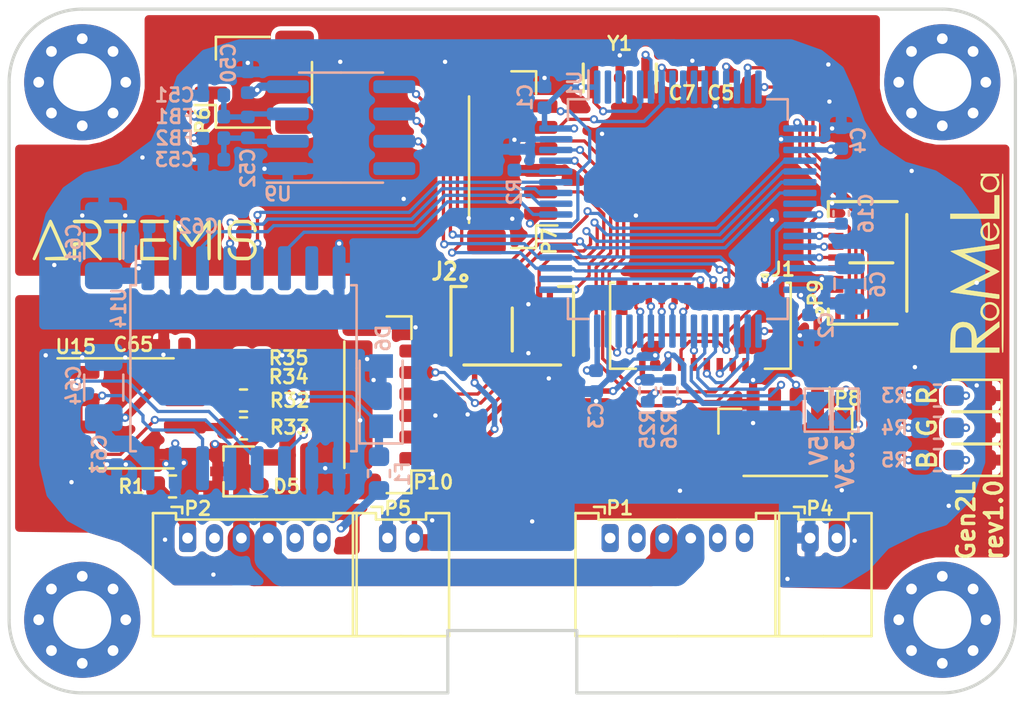
<source format=kicad_pcb>
(kicad_pcb (version 20171130) (host pcbnew "(5.1.10)-1")
  (layers (0 F.Cu signal) (1 In1.Cu signal) (2 In2.Cu signal) (31 B.Cu signal) (34 B.Paste user hide) (35 F.Paste user hide) (36 B.SilkS user) (37 F.SilkS user) (38 B.Mask user hide) (39 F.Mask user hide) (44 Edge.Cuts user))
  (net 0 "")
  (net 1 +5V)
  (net 2 GND)
  (net 3 +3V3)
  (net 4 /stm32/NRST)
  (net 5 /Thermal/T+)
  (net 6 /Thermal/T-)
  (net 7 GNDREF)
  (net 8 "Net-(D2-Pad2)")
  (net 9 "Net-(D3-Pad2)")
  (net 10 /RS485/A)
  (net 11 /RS485/B)
  (net 12 /stm32/SWCLK)
  (net 13 /stm32/SWDIO)
  (net 14 /stm32/DEBUG)
  (net 15 /stm32/USART6_TX)
  (net 16 /stm32/USART6_RX)
  (net 17 /stm32/LED_R)
  (net 18 /stm32/LED_G)
  (net 19 /stm32/LED_B)
  (net 20 /Encoder/CSn)
  (net 21 /Encoder/CLK)
  (net 22 /stm32/ENC_MISO)
  (net 23 /stm32/ENC_MOSI)
  (net 24 /Thermal/TC_nCS)
  (net 25 /stm32/485_TXEN)
  (net 26 /stm32/485_TX)
  (net 27 /stm32/485_RX)
  (net 28 /stm32/USART3_RX)
  (net 29 /stm32/USART3_CSn)
  (net 30 /stm32/USART3_CLK)
  (net 31 /stm32/USART3_TX)
  (net 32 "Net-(C6-Pad1)")
  (net 33 "Net-(C51-Pad2)")
  (net 34 "Net-(C52-Pad2)")
  (net 35 +BATT)
  (net 36 /RS485/3.3Viso)
  (net 37 "Net-(D1-Pad2)")
  (net 38 "Net-(D6-Pad1)")
  (net 39 /RS485/ISO_DI)
  (net 40 "Net-(R2-Pad2)")
  (net 41 "Net-(R32-Pad2)")
  (net 42 "Net-(R33-Pad2)")
  (net 43 "Net-(R35-Pad2)")
  (net 44 /RS485/EXT_DI)
  (net 45 "Net-(U1-Pad6)")
  (net 46 "Net-(U1-Pad5)")
  (net 47 "Net-(U14-Pad14)")
  (net 48 "Net-(U14-Pad13)")
  (net 49 "Net-(U14-Pad12)")
  (net 50 "Net-(JP1-Pad2)")
  (net 51 /stm32/PRESET)
  (net 52 /PVDDSENSE)
  (net 53 "Net-(H1-Pad1)")
  (net 54 "Net-(H2-Pad1)")
  (net 55 "Net-(H3-Pad1)")
  (net 56 "Net-(H4-Pad1)")
  (net 57 /DIN)
  (net 58 /~CS)
  (net 59 /CLK)
  (net 60 /DOUT)
  (net 61 /I2C_SDA)
  (net 62 /I2C_SCL)
  (net 63 /ENGATE)
  (net 64 /H3)
  (net 65 /H2)
  (net 66 /H1)
  (net 67 /DRV_ENABLE)
  (net 68 /SCS)
  (net 69 /SCLK)
  (net 70 /SDI)
  (net 71 /SDO)
  (net 72 /FAULT)
  (net 73 "Net-(U1-Pad24)")
  (net 74 "Net-(U1-Pad14)")
  (net 75 "Net-(U1-Pad11)")
  (net 76 "Net-(U1-Pad10)")
  (net 77 "Net-(U1-Pad9)")
  (net 78 "Net-(U1-Pad8)")
  (net 79 "Net-(U1-Pad4)")
  (net 80 "Net-(U1-Pad3)")
  (net 81 "Net-(U1-Pad2)")
  (net 82 "Net-(U14-Pad7)")
  (net 83 "Net-(J1-Pad2)")
  (net 84 /Encoder/PRESET)
  (net 85 "Net-(P1-Pad6)")
  (net 86 "Net-(P1-Pad5)")
  (net 87 "Net-(P1-Pad1)")
  (module RoMeLa_Motor:JST_SH_BM06B-SRSS-TB_1x06-1MP_P1.00mm_Vertical (layer F.Cu) (at 94.2 111.5 90)
    (fp_text reference P10 (at -3.6 2.125) (layer F.SilkS) (effects (font (size 0.635 0.635) (thickness 0.127))))
    (fp_text value Port_Encoder)
    (pad MP smd roundrect (at 3.8 -1.2 90) (size 1.2 1.8) (layers F.Cu F.Paste F.Mask) (roundrect_rratio 0.2083325))
    (pad MP smd roundrect (at -3.8 -1.2 90) (size 1.2 1.8) (layers F.Cu F.Paste F.Mask) (roundrect_rratio 0.2083325))
    (pad 6 smd roundrect (at 2.5 1.325 90) (size 0.6 1.55) (layers F.Cu F.Paste F.Mask) (net 20 /Encoder/CSn))
    (pad 5 smd roundrect (at 1.5 1.325 90) (size 0.6 1.55) (layers F.Cu F.Paste F.Mask) (net 22 /stm32/ENC_MISO))
    (pad 4 smd roundrect (at 0.5 1.325 90) (size 0.6 1.55) (layers F.Cu F.Paste F.Mask) (net 23 /stm32/ENC_MOSI))
    (pad 3 smd roundrect (at -0.5 1.325 90) (size 0.6 1.55) (layers F.Cu F.Paste F.Mask) (net 2 GND))
    (pad 2 smd roundrect (at -1.5 1.325 90) (size 0.6 1.55) (layers F.Cu F.Paste F.Mask) (net 21 /Encoder/CLK))
    (pad 1 smd roundrect (at -2.5 1.325 90) (size 0.6 1.55) (layers F.Cu F.Paste F.Mask) (net 1 +5V))
  )
  (module RoMeLa_Motor:JST_SH_BM06B-SRSS-TB_1x06-1MP_P1.00mm_Vertical (layer F.Cu) (at 100 100.1 90)
    (fp_text reference P7 (at -3.8 1.725 90) (layer F.SilkS) (effects (font (size 0.635 0.635) (thickness 0.127))))
    (fp_text value Port_SW)
    (pad MP smd roundrect (at 3.8 -1.2 90) (size 1.2 1.8) (layers F.Cu F.Paste F.Mask) (roundrect_rratio 0.2083325))
    (pad MP smd roundrect (at -3.8 -1.2 90) (size 1.2 1.8) (layers F.Cu F.Paste F.Mask) (roundrect_rratio 0.2083325))
    (pad 6 smd roundrect (at 2.5 1.325 90) (size 0.6 1.55) (layers F.Cu F.Paste F.Mask) (net 14 /stm32/DEBUG))
    (pad 5 smd roundrect (at 1.5 1.325 90) (size 0.6 1.55) (layers F.Cu F.Paste F.Mask) (net 4 /stm32/NRST))
    (pad 4 smd roundrect (at 0.5 1.325 90) (size 0.6 1.55) (layers F.Cu F.Paste F.Mask) (net 13 /stm32/SWDIO))
    (pad 3 smd roundrect (at -0.5 1.325 90) (size 0.6 1.55) (layers F.Cu F.Paste F.Mask) (net 2 GND))
    (pad 2 smd roundrect (at -1.5 1.325 90) (size 0.6 1.55) (layers F.Cu F.Paste F.Mask) (net 12 /stm32/SWCLK))
    (pad 1 smd roundrect (at -2.5 1.325 90) (size 0.6 1.55) (layers F.Cu F.Paste F.Mask) (net 3 +3V3))
  )
  (module RoMeLa_Motor:JST_SH_BM04B-SRSS-TB_1x04-1MP_P1.00mm_Vertical (layer F.Cu) (at 112.7 112.8 180)
    (fp_text reference P8 (at -2.9 1.6 180) (layer F.SilkS) (effects (font (size 0.635 0.635) (thickness 0.127))))
    (fp_text value CONN_01X04)
    (pad MP smd roundrect (at 2.8 -1.2 180) (size 1.2 1.8) (layers F.Cu F.Paste F.Mask) (roundrect_rratio 0.2083325))
    (pad MP smd roundrect (at -2.8 -1.2 180) (size 1.2 1.8) (layers F.Cu F.Paste F.Mask) (roundrect_rratio 0.2083325))
    (pad 4 smd roundrect (at 1.5 1.325 180) (size 0.6 1.55) (layers F.Cu F.Paste F.Mask) (net 2 GND))
    (pad 3 smd roundrect (at 0.5 1.325 180) (size 0.6 1.55) (layers F.Cu F.Paste F.Mask) (net 16 /stm32/USART6_RX))
    (pad 2 smd roundrect (at -0.5 1.325 180) (size 0.6 1.55) (layers F.Cu F.Paste F.Mask) (net 15 /stm32/USART6_TX))
    (pad 1 smd roundrect (at -1.5 1.325 180) (size 0.6 1.55) (layers F.Cu F.Paste F.Mask) (net 3 +3V3))
  )
  (module RoMeLa_Motor:JST_SH_SM02B-SRSS-TB_1x02-1MP_P1.00mm_Horizontal (layer F.Cu) (at 88 96.5 90)
    (fp_text reference P6 (at -1.777 -2.3986 90) (layer F.SilkS) (effects (font (size 0.635 0.635) (thickness 0.127))))
    (fp_text value CONN_TC)
    (pad MP smd roundrect (at 1.8 1.875 90) (size 1.2 1.8) (layers F.Cu F.Paste F.Mask) (roundrect_rratio 0.2083325))
    (pad MP smd roundrect (at -1.8 1.875 90) (size 1.2 1.8) (layers F.Cu F.Paste F.Mask) (roundrect_rratio 0.2083325))
    (pad 2 smd roundrect (at 0.5 -2 90) (size 0.6 1.55) (layers F.Cu F.Paste F.Mask) (net 5 /Thermal/T+))
    (pad 1 smd roundrect (at -0.5 -2 90) (size 0.6 1.55) (layers F.Cu F.Paste F.Mask) (net 6 /Thermal/T-))
  )
  (module RoMeLa_Motor:FFC_8POS_0.5mm_BackFlip (layer F.Cu) (at 114.7 106.65 90)
    (fp_text reference P9 (at 0.35 -0.6 90) (layer F.SilkS) (effects (font (size 0.635 0.635) (thickness 0.127))))
    (fp_text value Port_Encoder)
    (pad 8 smd rect (at 3.5 0.35 90) (size 0.29 0.7) (layers F.Cu F.Paste F.Mask) (net 35 +BATT))
    (pad 7 smd rect (at 3 0.35 90) (size 0.29 0.7) (layers F.Cu F.Paste F.Mask) (net 51 /stm32/PRESET))
    (pad 6 smd rect (at 2.5 0.35 90) (size 0.29 0.7) (layers F.Cu F.Paste F.Mask) (net 29 /stm32/USART3_CSn))
    (pad 5 smd rect (at 2 0.35 90) (size 0.29 0.7) (layers F.Cu F.Paste F.Mask) (net 31 /stm32/USART3_TX))
    (pad 4 smd rect (at 1.5 0.35 90) (size 0.29 0.7) (layers F.Cu F.Paste F.Mask) (net 28 /stm32/USART3_RX))
    (pad 3 smd rect (at 1 0.35 90) (size 0.29 0.7) (layers F.Cu F.Paste F.Mask) (net 2 GND))
    (pad 2 smd rect (at 0.5 0.35 90) (size 0.29 0.7) (layers F.Cu F.Paste F.Mask) (net 30 /stm32/USART3_CLK))
    (pad "" smd rect (at 4.29 3 90) (size 0.3 1) (layers F.Cu F.Paste F.Mask))
    (pad "" smd rect (at -0.79 3 90) (size 0.3 1) (layers F.Cu F.Paste F.Mask))
    (pad 1 smd rect (at 0 0.35 90) (size 0.29 0.7) (layers F.Cu F.Paste F.Mask) (net 50 "Net-(JP1-Pad2)"))
  )
  (module RoMeLa_Motor:FFC_8POS_0.5mm_BackFlip (layer F.Cu) (at 98.25 106)
    (fp_text reference J2 (at -1.4 -0.7) (layer F.SilkS) (effects (font (size 0.8 0.7))))
    (fp_text value Port_MU)
    (pad 8 smd rect (at 3.5 0.35) (size 0.29 0.7) (layers F.Cu F.Paste F.Mask) (net 1 +5V))
    (pad 7 smd rect (at 3 0.35) (size 0.29 0.7) (layers F.Cu F.Paste F.Mask) (net 21 /Encoder/CLK))
    (pad 6 smd rect (at 2.5 0.35) (size 0.29 0.7) (layers F.Cu F.Paste F.Mask) (net 2 GND))
    (pad 5 smd rect (at 2 0.35) (size 0.29 0.7) (layers F.Cu F.Paste F.Mask) (net 22 /stm32/ENC_MISO))
    (pad 4 smd rect (at 1.5 0.35) (size 0.29 0.7) (layers F.Cu F.Paste F.Mask) (net 23 /stm32/ENC_MOSI))
    (pad 3 smd rect (at 1 0.35) (size 0.29 0.7) (layers F.Cu F.Paste F.Mask) (net 20 /Encoder/CSn))
    (pad 2 smd rect (at 0.5 0.35) (size 0.29 0.7) (layers F.Cu F.Paste F.Mask) (net 84 /Encoder/PRESET))
    (pad "" smd rect (at 4.29 3) (size 0.3 1) (layers F.Cu F.Paste F.Mask))
    (pad "" smd rect (at -0.79 3) (size 0.3 1) (layers F.Cu F.Paste F.Mask))
    (pad 1 smd rect (at 0 0.35) (size 0.29 0.7) (layers F.Cu F.Paste F.Mask) (net 35 +BATT))
  )
  (module RoMeLa_Motor:Resonator_3.2x1.3 (layer F.Cu) (at 105 96.3)
    (fp_text reference Y1 (at 0 -1.6) (layer F.SilkS) (effects (font (size 0.635 0.635) (thickness 0.127))))
    (fp_text value Resonator)
    (pad 3 smd rect (at 1.2 0) (size 0.4 1.9) (layers F.Cu F.Paste F.Mask) (net 45 "Net-(U1-Pad6)"))
    (pad 2 smd rect (at 0 0) (size 0.4 1.9) (layers F.Cu F.Paste F.Mask) (net 2 GND))
    (pad 1 smd rect (at -1.2 0) (size 0.4 1.9) (layers F.Cu F.Paste F.Mask) (net 46 "Net-(U1-Pad5)"))
  )
  (module RoMeLa_Motor:LOGO (layer F.Cu) (at 121.875 104.925 90)
    (fp_text reference G2 hide)
    (fp_text value RoMeLa hide)
  )
  (module RoMeLa_Motor:artemis_logo_small (layer F.Cu) (at 82.9 103.8)
    (fp_text reference G1 hide)
    (fp_text value ARTEMIS hide)
  )
  (module RoMeLa_Motor:Molex_5019122190_2Rows-21Pins_P0.30mm (layer F.Cu) (at 108.75 105.825 270)
    (fp_text reference J1 (at -0.625 -3.85) (layer F.SilkS) (effects (font (size 0.635 0.635) (thickness 0.127))))
    (fp_text value Conn_01x21)
    (pad MP smd rect (at 0.7 3.65 270) (size 1.6 0.52) (layers F.Cu F.Paste F.Mask))
    (pad MP smd rect (at 0.7 -3.65 270) (size 1.6 0.52) (layers F.Cu F.Paste F.Mask))
    (pad 20 smd rect (at 3.8 2.7 270) (size 0.6 0.3) (layers F.Cu F.Paste F.Mask) (net 3 +3V3))
    (pad 18 smd rect (at 3.8 2.1 270) (size 0.6 0.3) (layers F.Cu F.Paste F.Mask) (net 2 GND))
    (pad 16 smd rect (at 3.8 1.5 270) (size 0.6 0.3) (layers F.Cu F.Paste F.Mask) (net 1 +5V))
    (pad 14 smd rect (at 3.8 0.9 270) (size 0.6 0.3) (layers F.Cu F.Paste F.Mask) (net 57 /DIN))
    (pad 12 smd rect (at 3.8 0.3 270) (size 0.6 0.3) (layers F.Cu F.Paste F.Mask) (net 58 /~CS))
    (pad 10 smd rect (at 3.8 -0.3 270) (size 0.6 0.3) (layers F.Cu F.Paste F.Mask) (net 59 /CLK))
    (pad 8 smd rect (at 3.8 -0.9 270) (size 0.6 0.3) (layers F.Cu F.Paste F.Mask) (net 60 /DOUT))
    (pad 6 smd rect (at 3.8 -1.5 270) (size 0.6 0.3) (layers F.Cu F.Paste F.Mask) (net 61 /I2C_SDA))
    (pad 4 smd rect (at 3.8 -2.1 270) (size 0.6 0.3) (layers F.Cu F.Paste F.Mask) (net 62 /I2C_SCL))
    (pad 2 smd rect (at 3.8 -2.7 270) (size 0.6 0.3) (layers F.Cu F.Paste F.Mask) (net 83 "Net-(J1-Pad2)"))
    (pad 21 smd rect (at 0.5 3 270) (size 1 0.3) (layers F.Cu F.Paste F.Mask) (net 63 /ENGATE))
    (pad 19 smd rect (at 0.5 2.4 270) (size 1 0.3) (layers F.Cu F.Paste F.Mask) (net 64 /H3))
    (pad 17 smd rect (at 0.5 1.8 270) (size 1 0.3) (layers F.Cu F.Paste F.Mask) (net 65 /H2))
    (pad 15 smd rect (at 0.5 1.2 270) (size 1 0.3) (layers F.Cu F.Paste F.Mask) (net 66 /H1))
    (pad 13 smd rect (at 0.5 0.6 270) (size 1 0.3) (layers F.Cu F.Paste F.Mask) (net 67 /DRV_ENABLE))
    (pad 11 smd rect (at 0.5 0 270) (size 1 0.3) (layers F.Cu F.Paste F.Mask) (net 68 /SCS))
    (pad 9 smd rect (at 0.5 -0.6 270) (size 1 0.3) (layers F.Cu F.Paste F.Mask) (net 69 /SCLK))
    (pad 7 smd rect (at 0.5 -1.2 270) (size 1 0.3) (layers F.Cu F.Paste F.Mask) (net 70 /SDI))
    (pad 5 smd rect (at 0.5 -1.8 270) (size 1 0.3) (layers F.Cu F.Paste F.Mask) (net 71 /SDO))
    (pad 3 smd rect (at 0.5 -2.4 270) (size 1 0.3) (layers F.Cu F.Paste F.Mask) (net 72 /FAULT))
    (pad 1 smd rect (at 0.5 -3 270) (size 1 0.3) (layers F.Cu F.Paste F.Mask) (net 52 /PVDDSENSE))
  )
  (module RoMeLa_Motor:Molex_PicoBlade_53048-0210_1x02_P1.25mm_Horizontal (layer F.Cu) (at 94.2 117.7)
    (fp_text reference P5 (at 0.475 -1.375) (layer F.SilkS) (effects (font (size 0.635 0.635) (thickness 0.127))))
    (fp_text value CONN_BATT)
    (pad 2 thru_hole oval (at 1.25 0) (size 0.8 1.3) (drill 0.5) (layers *.Cu *.Mask) (net 35 +BATT))
    (pad 1 thru_hole roundrect (at 0 0) (size 0.8 1.3) (drill 0.5) (layers *.Cu *.Mask) (net 2 GND))
  )
  (module RoMeLa_Motor:Molex_PicoBlade_53048-0210_1x02_P1.25mm_Horizontal (layer F.Cu) (at 113.85 117.7)
    (fp_text reference P4 (at 0.45 -1.375) (layer F.SilkS) (effects (font (size 0.635 0.635) (thickness 0.127))))
    (fp_text value CONN_BATT)
    (pad 2 thru_hole oval (at 1.25 0) (size 0.8 1.3) (drill 0.5) (layers *.Cu *.Mask) (net 35 +BATT))
    (pad 1 thru_hole roundrect (at 0 0) (size 0.8 1.3) (drill 0.5) (layers *.Cu *.Mask) (net 2 GND))
  )
  (module RoMeLa_Motor:Molex_PicoBlade_53048-0650_1x06_P1.25mm_Horizontal (layer F.Cu) (at 84.9 117.7)
    (fp_text reference P2 (at 0.475 -1.375) (layer F.SilkS) (effects (font (size 0.635 0.635) (thickness 0.127))))
    (fp_text value "PicoBlade 6P")
    (pad 6 thru_hole oval (at 6.25 0) (size 0.8 1.3) (drill 0.5) (layers *.Cu *.Mask) (net 85 "Net-(P1-Pad6)"))
    (pad 5 thru_hole oval (at 5 0) (size 0.8 1.3) (drill 0.5) (layers *.Cu *.Mask) (net 86 "Net-(P1-Pad5)"))
    (pad 4 thru_hole oval (at 3.75 0) (size 0.8 1.3) (drill 0.5) (layers *.Cu *.Mask) (net 11 /RS485/B))
    (pad 3 thru_hole oval (at 2.5 0) (size 0.8 1.3) (drill 0.5) (layers *.Cu *.Mask) (net 10 /RS485/A))
    (pad 2 thru_hole oval (at 1.25 0) (size 0.8 1.3) (drill 0.5) (layers *.Cu *.Mask) (net 39 /RS485/ISO_DI))
    (pad 1 thru_hole roundrect (at 0 0) (size 0.8 1.3) (drill 0.5) (layers *.Cu *.Mask) (net 87 "Net-(P1-Pad1)"))
  )
  (module RoMeLa_Motor:Molex_PicoBlade_53048-0650_1x06_P1.25mm_Horizontal (layer F.Cu) (at 104.55 117.7)
    (fp_text reference P1 (at 0.45 -1.4) (layer F.SilkS) (effects (font (size 0.635 0.635) (thickness 0.127))))
    (fp_text value "PicoBlade 6P")
    (pad 6 thru_hole oval (at 6.25 0) (size 0.8 1.3) (drill 0.5) (layers *.Cu *.Mask) (net 85 "Net-(P1-Pad6)"))
    (pad 5 thru_hole oval (at 5 0) (size 0.8 1.3) (drill 0.5) (layers *.Cu *.Mask) (net 86 "Net-(P1-Pad5)"))
    (pad 4 thru_hole oval (at 3.75 0) (size 0.8 1.3) (drill 0.5) (layers *.Cu *.Mask) (net 11 /RS485/B))
    (pad 3 thru_hole oval (at 2.5 0) (size 0.8 1.3) (drill 0.5) (layers *.Cu *.Mask) (net 10 /RS485/A))
    (pad 2 thru_hole oval (at 1.25 0) (size 0.8 1.3) (drill 0.5) (layers *.Cu *.Mask) (net 39 /RS485/ISO_DI))
    (pad 1 thru_hole roundrect (at 0 0) (size 0.8 1.3) (drill 0.5) (layers *.Cu *.Mask) (net 87 "Net-(P1-Pad1)"))
  )
  (module Resistor_SMD:R_0402_1005Metric (layer B.Cu) (at 107.3 110.86 270)
    (fp_text reference R26 (at 1.79 0 270) (layer B.SilkS) (effects (font (size 0.635 0.635) (thickness 0.127)) (justify mirror)))
    (fp_text value 3.9k)
    (pad 2 smd roundrect (at 0.51 0 270) (size 0.54 0.64) (layers B.Cu B.Paste B.Mask) (net 62 /I2C_SCL))
    (pad 1 smd roundrect (at -0.51 0 270) (size 0.54 0.64) (layers B.Cu B.Paste B.Mask) (net 3 +3V3))
  )
  (module Resistor_SMD:R_0402_1005Metric (layer B.Cu) (at 106.3 110.85 270)
    (fp_text reference R25 (at 1.79 0.01 270) (layer B.SilkS) (effects (font (size 0.635 0.635) (thickness 0.127)) (justify mirror)))
    (fp_text value 3.9k)
    (pad 2 smd roundrect (at 0.51 0 270) (size 0.54 0.64) (layers B.Cu B.Paste B.Mask) (net 61 /I2C_SDA))
    (pad 1 smd roundrect (at -0.51 0 270) (size 0.54 0.64) (layers B.Cu B.Paste B.Mask) (net 3 +3V3))
  )
  (module Capacitor_SMD:C_0402_1005Metric (layer B.Cu) (at 115.3 102.6 90)
    (fp_text reference C16 (at 0 1.16 270) (layer B.SilkS) (effects (font (size 0.635 0.635) (thickness 0.127)) (justify mirror)))
    (fp_text value 104)
    (pad 2 smd roundrect (at 0.48 0 90) (size 0.56 0.62) (layers B.Cu B.Paste B.Mask) (net 2 GND))
    (pad 1 smd roundrect (at -0.48 0 90) (size 0.56 0.62) (layers B.Cu B.Paste B.Mask) (net 52 /PVDDSENSE))
  )
  (module Capacitor_SMD:C_0805_2012Metric (layer B.Cu) (at 115.7 105.8796 270)
    (fp_text reference C6 (at 0.0204 -1.3 90) (layer B.SilkS) (effects (font (size 0.635 0.635) (thickness 0.127)) (justify mirror)))
    (fp_text value 10uF)
    (pad 2 smd roundrect (at 0.9375 0 270) (size 0.975 1.4) (layers B.Cu B.Paste B.Mask) (net 2 GND))
    (pad 1 smd roundrect (at -0.9375 0 270) (size 0.975 1.4) (layers B.Cu B.Paste B.Mask) (net 32 "Net-(C6-Pad1)"))
  )
  (module Diode_SMD:D_SOD-123F (layer B.Cu) (at 93.9 111.1 90)
    (fp_text reference D6 (at 2.7 0.1 270) (layer B.SilkS) (effects (font (size 0.635 0.635) (thickness 0.127)) (justify mirror)))
    (fp_text value "TVS 3.3V")
    (pad 2 smd rect (at 1.4 0 90) (size 1.1 1.1) (layers B.Cu B.Paste B.Mask) (net 7 GNDREF))
    (pad 1 smd rect (at -1.4 0 90) (size 1.1 1.1) (layers B.Cu B.Paste B.Mask) (net 38 "Net-(D6-Pad1)"))
  )
  (module RoMeLa_Motor:SolderJumper_Open_TrianglePad (layer B.Cu) (at 114.2 111.85 270)
    (fp_text reference JP2 hide)
    (fp_text value 5V)
    (pad 1 smd custom (at -0.7 0 270) (size 0.3 0.3) (layers B.Cu B.Mask) (net 1 +5V) (options (clearance outline) (anchor rect)) (primitives (gr_poly (pts (xy -0.25 0.5) (xy 0.25 0.5) (xy 0.75 0) (xy 0.25 -0.5) (xy -0.25 -0.5)) (width 0))))
    (pad 2 smd custom (at 0.5 0 270) (size 0.3 0.3) (layers B.Cu B.Mask) (net 50 "Net-(JP1-Pad2)") (options (clearance outline) (anchor rect)) (primitives (gr_poly (pts (xy -0.65 0.5) (xy 0.25 0.5) (xy 0.25 -0.5) (xy -0.65 -0.5) (xy -0.15 0)) (width 0))))
  )
  (module RoMeLa_Motor:SolderJumper_Open_TrianglePad (layer B.Cu) (at 115.5 111.85 270)
    (fp_text reference JP1 hide)
    (fp_text value 3.3V)
    (pad 1 smd custom (at -0.7 0 270) (size 0.3 0.3) (layers B.Cu B.Mask) (net 3 +3V3) (options (clearance outline) (anchor rect)) (primitives (gr_poly (pts (xy -0.25 0.5) (xy 0.25 0.5) (xy 0.75 0) (xy 0.25 -0.5) (xy -0.25 -0.5)) (width 0))))
    (pad 2 smd custom (at 0.5 0 270) (size 0.3 0.3) (layers B.Cu B.Mask) (net 50 "Net-(JP1-Pad2)") (options (clearance outline) (anchor rect)) (primitives (gr_poly (pts (xy -0.65 0.5) (xy 0.25 0.5) (xy 0.25 -0.5) (xy -0.65 -0.5) (xy -0.15 0)) (width 0))))
  )
  (module MountingHole:MountingHole_2.7mm_M2.5_Pad_Via (layer F.Cu) (at 120 121.5)
    (fp_text reference H4 hide)
    (fp_text value MT)
    (pad 1 thru_hole circle (at 1.431891 -1.431891) (size 0.8 0.8) (drill 0.5) (layers *.Cu *.Mask) (net 56 "Net-(H4-Pad1)"))
    (pad 1 thru_hole circle (at 0 -2.025) (size 0.8 0.8) (drill 0.5) (layers *.Cu *.Mask) (net 56 "Net-(H4-Pad1)"))
    (pad 1 thru_hole circle (at -1.431891 -1.431891) (size 0.8 0.8) (drill 0.5) (layers *.Cu *.Mask) (net 56 "Net-(H4-Pad1)"))
    (pad 1 thru_hole circle (at -2.025 0) (size 0.8 0.8) (drill 0.5) (layers *.Cu *.Mask) (net 56 "Net-(H4-Pad1)"))
    (pad 1 thru_hole circle (at -1.431891 1.431891) (size 0.8 0.8) (drill 0.5) (layers *.Cu *.Mask) (net 56 "Net-(H4-Pad1)"))
    (pad 1 thru_hole circle (at 0 2.025) (size 0.8 0.8) (drill 0.5) (layers *.Cu *.Mask) (net 56 "Net-(H4-Pad1)"))
    (pad 1 thru_hole circle (at 1.431891 1.431891) (size 0.8 0.8) (drill 0.5) (layers *.Cu *.Mask) (net 56 "Net-(H4-Pad1)"))
    (pad 1 thru_hole circle (at 2.025 0) (size 0.8 0.8) (drill 0.5) (layers *.Cu *.Mask) (net 56 "Net-(H4-Pad1)"))
    (pad 1 thru_hole circle (at 0 0) (size 5.4 5.4) (drill 2.7) (layers *.Cu *.Mask) (net 56 "Net-(H4-Pad1)"))
  )
  (module MountingHole:MountingHole_2.7mm_M2.5_Pad_Via (layer F.Cu) (at 80 121.5)
    (fp_text reference H3 hide)
    (fp_text value MT)
    (pad 1 thru_hole circle (at 1.431891 -1.431891) (size 0.8 0.8) (drill 0.5) (layers *.Cu *.Mask) (net 55 "Net-(H3-Pad1)"))
    (pad 1 thru_hole circle (at 0 -2.025) (size 0.8 0.8) (drill 0.5) (layers *.Cu *.Mask) (net 55 "Net-(H3-Pad1)"))
    (pad 1 thru_hole circle (at -1.431891 -1.431891) (size 0.8 0.8) (drill 0.5) (layers *.Cu *.Mask) (net 55 "Net-(H3-Pad1)"))
    (pad 1 thru_hole circle (at -2.025 0) (size 0.8 0.8) (drill 0.5) (layers *.Cu *.Mask) (net 55 "Net-(H3-Pad1)"))
    (pad 1 thru_hole circle (at -1.431891 1.431891) (size 0.8 0.8) (drill 0.5) (layers *.Cu *.Mask) (net 55 "Net-(H3-Pad1)"))
    (pad 1 thru_hole circle (at 0 2.025) (size 0.8 0.8) (drill 0.5) (layers *.Cu *.Mask) (net 55 "Net-(H3-Pad1)"))
    (pad 1 thru_hole circle (at 1.431891 1.431891) (size 0.8 0.8) (drill 0.5) (layers *.Cu *.Mask) (net 55 "Net-(H3-Pad1)"))
    (pad 1 thru_hole circle (at 2.025 0) (size 0.8 0.8) (drill 0.5) (layers *.Cu *.Mask) (net 55 "Net-(H3-Pad1)"))
    (pad 1 thru_hole circle (at 0 0) (size 5.4 5.4) (drill 2.7) (layers *.Cu *.Mask) (net 55 "Net-(H3-Pad1)"))
  )
  (module MountingHole:MountingHole_2.7mm_M2.5_Pad_Via (layer F.Cu) (at 80 96.5)
    (fp_text reference H2 hide)
    (fp_text value MT)
    (pad 1 thru_hole circle (at 1.431891 -1.431891) (size 0.8 0.8) (drill 0.5) (layers *.Cu *.Mask) (net 54 "Net-(H2-Pad1)"))
    (pad 1 thru_hole circle (at 0 -2.025) (size 0.8 0.8) (drill 0.5) (layers *.Cu *.Mask) (net 54 "Net-(H2-Pad1)"))
    (pad 1 thru_hole circle (at -1.431891 -1.431891) (size 0.8 0.8) (drill 0.5) (layers *.Cu *.Mask) (net 54 "Net-(H2-Pad1)"))
    (pad 1 thru_hole circle (at -2.025 0) (size 0.8 0.8) (drill 0.5) (layers *.Cu *.Mask) (net 54 "Net-(H2-Pad1)"))
    (pad 1 thru_hole circle (at -1.431891 1.431891) (size 0.8 0.8) (drill 0.5) (layers *.Cu *.Mask) (net 54 "Net-(H2-Pad1)"))
    (pad 1 thru_hole circle (at 0 2.025) (size 0.8 0.8) (drill 0.5) (layers *.Cu *.Mask) (net 54 "Net-(H2-Pad1)"))
    (pad 1 thru_hole circle (at 1.431891 1.431891) (size 0.8 0.8) (drill 0.5) (layers *.Cu *.Mask) (net 54 "Net-(H2-Pad1)"))
    (pad 1 thru_hole circle (at 2.025 0) (size 0.8 0.8) (drill 0.5) (layers *.Cu *.Mask) (net 54 "Net-(H2-Pad1)"))
    (pad 1 thru_hole circle (at 0 0) (size 5.4 5.4) (drill 2.7) (layers *.Cu *.Mask) (net 54 "Net-(H2-Pad1)"))
  )
  (module MountingHole:MountingHole_2.7mm_M2.5_Pad_Via (layer F.Cu) (at 120 96.5)
    (fp_text reference H1 hide)
    (fp_text value MT)
    (pad 1 thru_hole circle (at 1.431891 -1.431891) (size 0.8 0.8) (drill 0.5) (layers *.Cu *.Mask) (net 53 "Net-(H1-Pad1)"))
    (pad 1 thru_hole circle (at 0 -2.025) (size 0.8 0.8) (drill 0.5) (layers *.Cu *.Mask) (net 53 "Net-(H1-Pad1)"))
    (pad 1 thru_hole circle (at -1.431891 -1.431891) (size 0.8 0.8) (drill 0.5) (layers *.Cu *.Mask) (net 53 "Net-(H1-Pad1)"))
    (pad 1 thru_hole circle (at -2.025 0) (size 0.8 0.8) (drill 0.5) (layers *.Cu *.Mask) (net 53 "Net-(H1-Pad1)"))
    (pad 1 thru_hole circle (at -1.431891 1.431891) (size 0.8 0.8) (drill 0.5) (layers *.Cu *.Mask) (net 53 "Net-(H1-Pad1)"))
    (pad 1 thru_hole circle (at 0 2.025) (size 0.8 0.8) (drill 0.5) (layers *.Cu *.Mask) (net 53 "Net-(H1-Pad1)"))
    (pad 1 thru_hole circle (at 1.431891 1.431891) (size 0.8 0.8) (drill 0.5) (layers *.Cu *.Mask) (net 53 "Net-(H1-Pad1)"))
    (pad 1 thru_hole circle (at 2.025 0) (size 0.8 0.8) (drill 0.5) (layers *.Cu *.Mask) (net 53 "Net-(H1-Pad1)"))
    (pad 1 thru_hole circle (at 0 0) (size 5.4 5.4) (drill 2.7) (layers *.Cu *.Mask) (net 53 "Net-(H1-Pad1)"))
  )
  (module Package_SO:SOIC-8_3.9x4.9mm_P1.27mm (layer F.Cu) (at 82.3 111.9)
    (fp_text reference U15 (at -2.6 -3.1 180) (layer F.SilkS) (effects (font (size 0.635 0.635) (thickness 0.127))))
    (fp_text value MAX14775E)
    (pad 8 smd roundrect (at 2.475 -1.905) (size 1.95 0.6) (layers F.Cu F.Paste F.Mask) (net 36 /RS485/3.3Viso))
    (pad 7 smd roundrect (at 2.475 -0.635) (size 1.95 0.6) (layers F.Cu F.Paste F.Mask) (net 41 "Net-(R32-Pad2)"))
    (pad 6 smd roundrect (at 2.475 0.635) (size 1.95 0.6) (layers F.Cu F.Paste F.Mask) (net 42 "Net-(R33-Pad2)"))
    (pad 5 smd roundrect (at 2.475 1.905) (size 1.95 0.6) (layers F.Cu F.Paste F.Mask) (net 7 GNDREF))
    (pad 4 smd roundrect (at -2.475 1.905) (size 1.95 0.6) (layers F.Cu F.Paste F.Mask) (net 48 "Net-(U14-Pad13)"))
    (pad 3 smd roundrect (at -2.475 0.635) (size 1.95 0.6) (layers F.Cu F.Paste F.Mask) (net 47 "Net-(U14-Pad14)"))
    (pad 2 smd roundrect (at -2.475 -0.635) (size 1.95 0.6) (layers F.Cu F.Paste F.Mask) (net 47 "Net-(U14-Pad14)"))
    (pad 1 smd roundrect (at -2.475 -1.905) (size 1.95 0.6) (layers F.Cu F.Paste F.Mask) (net 49 "Net-(U14-Pad12)"))
  )
  (module Package_SO:SOIC-16W_7.5x10.3mm_P1.27mm (layer B.Cu) (at 87.5 109.8 270)
    (fp_text reference U14 (at -2.8 5.8 270) (layer B.SilkS) (effects (font (size 0.635 0.635) (thickness 0.127)) (justify mirror)))
    (fp_text value ISOW7842F)
    (pad 1 smd roundrect (at -4.65 4.445 270) (size 2.05 0.6) (layers B.Cu B.Paste B.Mask) (net 3 +3V3))
    (pad 2 smd roundrect (at -4.65 3.175 270) (size 2.05 0.6) (layers B.Cu B.Paste B.Mask) (net 2 GND))
    (pad 3 smd roundrect (at -4.65 1.905 270) (size 2.05 0.6) (layers B.Cu B.Paste B.Mask) (net 25 /stm32/485_TXEN))
    (pad 4 smd roundrect (at -4.65 0.635 270) (size 2.05 0.6) (layers B.Cu B.Paste B.Mask) (net 26 /stm32/485_TX))
    (pad 5 smd roundrect (at -4.65 -0.635 270) (size 2.05 0.6) (layers B.Cu B.Paste B.Mask) (net 27 /stm32/485_RX))
    (pad 6 smd roundrect (at -4.65 -1.905 270) (size 2.05 0.6) (layers B.Cu B.Paste B.Mask) (net 44 /RS485/EXT_DI))
    (pad 7 smd roundrect (at -4.65 -3.175 270) (size 2.05 0.6) (layers B.Cu B.Paste B.Mask) (net 82 "Net-(U14-Pad7)"))
    (pad 8 smd roundrect (at -4.65 -4.445 270) (size 2.05 0.6) (layers B.Cu B.Paste B.Mask) (net 2 GND))
    (pad 9 smd roundrect (at 4.65 -4.445 270) (size 2.05 0.6) (layers B.Cu B.Paste B.Mask) (net 7 GNDREF))
    (pad 10 smd roundrect (at 4.65 -3.175 270) (size 2.05 0.6) (layers B.Cu B.Paste B.Mask) (net 7 GNDREF))
    (pad 11 smd roundrect (at 4.65 -1.905 270) (size 2.05 0.6) (layers B.Cu B.Paste B.Mask) (net 43 "Net-(R35-Pad2)"))
    (pad 12 smd roundrect (at 4.65 -0.635 270) (size 2.05 0.6) (layers B.Cu B.Paste B.Mask) (net 49 "Net-(U14-Pad12)"))
    (pad 13 smd roundrect (at 4.65 0.635 270) (size 2.05 0.6) (layers B.Cu B.Paste B.Mask) (net 48 "Net-(U14-Pad13)"))
    (pad 14 smd roundrect (at 4.65 1.905 270) (size 2.05 0.6) (layers B.Cu B.Paste B.Mask) (net 47 "Net-(U14-Pad14)"))
    (pad 15 smd roundrect (at 4.65 3.175 270) (size 2.05 0.6) (layers B.Cu B.Paste B.Mask) (net 7 GNDREF))
    (pad 16 smd roundrect (at 4.65 4.445 270) (size 2.05 0.6) (layers B.Cu B.Paste B.Mask) (net 36 /RS485/3.3Viso))
  )
  (module Package_SO:SOIC-8_3.9x4.9mm_P1.27mm (layer B.Cu) (at 92.037 98.611)
    (fp_text reference U9 (at -2.937 3.089 180) (layer B.SilkS) (effects (font (size 0.635 0.635) (thickness 0.127)) (justify mirror)))
    (fp_text value MAX31855KASA)
    (pad 8 smd roundrect (at 2.475 1.905) (size 1.95 0.6) (layers B.Cu B.Paste B.Mask))
    (pad 7 smd roundrect (at 2.475 0.635) (size 1.95 0.6) (layers B.Cu B.Paste B.Mask) (net 71 /SDO))
    (pad 6 smd roundrect (at 2.475 -0.635) (size 1.95 0.6) (layers B.Cu B.Paste B.Mask) (net 24 /Thermal/TC_nCS))
    (pad 5 smd roundrect (at 2.475 -1.905) (size 1.95 0.6) (layers B.Cu B.Paste B.Mask) (net 69 /SCLK))
    (pad 4 smd roundrect (at -2.475 -1.905) (size 1.95 0.6) (layers B.Cu B.Paste B.Mask) (net 3 +3V3))
    (pad 3 smd roundrect (at -2.475 -0.635) (size 1.95 0.6) (layers B.Cu B.Paste B.Mask) (net 33 "Net-(C51-Pad2)"))
    (pad 2 smd roundrect (at -2.475 0.635) (size 1.95 0.6) (layers B.Cu B.Paste B.Mask) (net 34 "Net-(C52-Pad2)"))
    (pad 1 smd roundrect (at -2.475 1.905) (size 1.95 0.6) (layers B.Cu B.Paste B.Mask) (net 2 GND))
  )
  (module Package_QFP:LQFP-64_10x10mm_P0.5mm (layer B.Cu) (at 107.7 102.4 270)
    (fp_text reference U1 (at -5.8 4.8 270) (layer B.SilkS) (effects (font (size 0.635 0.635) (thickness 0.127)) (justify mirror)))
    (fp_text value 446)
    (pad 64 smd roundrect (at -3.75 5.675 270) (size 0.3 1.55) (layers B.Cu B.Paste B.Mask) (net 3 +3V3))
    (pad 63 smd roundrect (at -3.25 5.675 270) (size 0.3 1.55) (layers B.Cu B.Paste B.Mask) (net 2 GND))
    (pad 62 smd roundrect (at -2.75 5.675 270) (size 0.3 1.55) (layers B.Cu B.Paste B.Mask) (net 61 /I2C_SDA))
    (pad 61 smd roundrect (at -2.25 5.675 270) (size 0.3 1.55) (layers B.Cu B.Paste B.Mask) (net 62 /I2C_SCL))
    (pad 60 smd roundrect (at -1.75 5.675 270) (size 0.3 1.55) (layers B.Cu B.Paste B.Mask) (net 40 "Net-(R2-Pad2)"))
    (pad 59 smd roundrect (at -1.25 5.675 270) (size 0.3 1.55) (layers B.Cu B.Paste B.Mask) (net 27 /stm32/485_RX))
    (pad 58 smd roundrect (at -0.75 5.675 270) (size 0.3 1.55) (layers B.Cu B.Paste B.Mask) (net 26 /stm32/485_TX))
    (pad 57 smd roundrect (at -0.25 5.675 270) (size 0.3 1.55) (layers B.Cu B.Paste B.Mask) (net 25 /stm32/485_TXEN))
    (pad 56 smd roundrect (at 0.25 5.675 270) (size 0.3 1.55) (layers B.Cu B.Paste B.Mask) (net 44 /RS485/EXT_DI))
    (pad 55 smd roundrect (at 0.75 5.675 270) (size 0.3 1.55) (layers B.Cu B.Paste B.Mask) (net 14 /stm32/DEBUG))
    (pad 54 smd roundrect (at 1.25 5.675 270) (size 0.3 1.55) (layers B.Cu B.Paste B.Mask) (net 24 /Thermal/TC_nCS))
    (pad 53 smd roundrect (at 1.75 5.675 270) (size 0.3 1.55) (layers B.Cu B.Paste B.Mask) (net 70 /SDI))
    (pad 52 smd roundrect (at 2.25 5.675 270) (size 0.3 1.55) (layers B.Cu B.Paste B.Mask) (net 71 /SDO))
    (pad 51 smd roundrect (at 2.75 5.675 270) (size 0.3 1.55) (layers B.Cu B.Paste B.Mask) (net 69 /SCLK))
    (pad 50 smd roundrect (at 3.25 5.675 270) (size 0.3 1.55) (layers B.Cu B.Paste B.Mask) (net 68 /SCS))
    (pad 49 smd roundrect (at 3.75 5.675 270) (size 0.3 1.55) (layers B.Cu B.Paste B.Mask) (net 12 /stm32/SWCLK))
    (pad 48 smd roundrect (at 5.675 3.75 270) (size 1.55 0.3) (layers B.Cu B.Paste B.Mask) (net 3 +3V3))
    (pad 47 smd roundrect (at 5.675 3.25 270) (size 1.55 0.3) (layers B.Cu B.Paste B.Mask) (net 2 GND))
    (pad 46 smd roundrect (at 5.675 2.75 270) (size 1.55 0.3) (layers B.Cu B.Paste B.Mask) (net 13 /stm32/SWDIO))
    (pad 45 smd roundrect (at 5.675 2.25 270) (size 1.55 0.3) (layers B.Cu B.Paste B.Mask) (net 72 /FAULT))
    (pad 44 smd roundrect (at 5.675 1.75 270) (size 1.55 0.3) (layers B.Cu B.Paste B.Mask) (net 63 /ENGATE))
    (pad 43 smd roundrect (at 5.675 1.25 270) (size 1.55 0.3) (layers B.Cu B.Paste B.Mask) (net 64 /H3))
    (pad 42 smd roundrect (at 5.675 0.75 270) (size 1.55 0.3) (layers B.Cu B.Paste B.Mask) (net 65 /H2))
    (pad 41 smd roundrect (at 5.675 0.25 270) (size 1.55 0.3) (layers B.Cu B.Paste B.Mask) (net 66 /H1))
    (pad 40 smd roundrect (at 5.675 -0.25 270) (size 1.55 0.3) (layers B.Cu B.Paste B.Mask) (net 67 /DRV_ENABLE))
    (pad 39 smd roundrect (at 5.675 -0.75 270) (size 1.55 0.3) (layers B.Cu B.Paste B.Mask) (net 58 /~CS))
    (pad 38 smd roundrect (at 5.675 -1.25 270) (size 1.55 0.3) (layers B.Cu B.Paste B.Mask) (net 16 /stm32/USART6_RX))
    (pad 37 smd roundrect (at 5.675 -1.75 270) (size 1.55 0.3) (layers B.Cu B.Paste B.Mask) (net 15 /stm32/USART6_TX))
    (pad 36 smd roundrect (at 5.675 -2.25 270) (size 1.55 0.3) (layers B.Cu B.Paste B.Mask) (net 57 /DIN))
    (pad 35 smd roundrect (at 5.675 -2.75 270) (size 1.55 0.3) (layers B.Cu B.Paste B.Mask) (net 60 /DOUT))
    (pad 34 smd roundrect (at 5.675 -3.25 270) (size 1.55 0.3) (layers B.Cu B.Paste B.Mask) (net 59 /CLK))
    (pad 33 smd roundrect (at 5.675 -3.75 270) (size 1.55 0.3) (layers B.Cu B.Paste B.Mask) (net 30 /stm32/USART3_CLK))
    (pad 32 smd roundrect (at 3.75 -5.675 270) (size 0.3 1.55) (layers B.Cu B.Paste B.Mask) (net 3 +3V3))
    (pad 31 smd roundrect (at 3.25 -5.675 270) (size 0.3 1.55) (layers B.Cu B.Paste B.Mask) (net 2 GND))
    (pad 30 smd roundrect (at 2.75 -5.675 270) (size 0.3 1.55) (layers B.Cu B.Paste B.Mask) (net 32 "Net-(C6-Pad1)"))
    (pad 29 smd roundrect (at 2.25 -5.675 270) (size 0.3 1.55) (layers B.Cu B.Paste B.Mask) (net 31 /stm32/USART3_TX))
    (pad 28 smd roundrect (at 1.75 -5.675 270) (size 0.3 1.55) (layers B.Cu B.Paste B.Mask) (net 29 /stm32/USART3_CSn))
    (pad 27 smd roundrect (at 1.25 -5.675 270) (size 0.3 1.55) (layers B.Cu B.Paste B.Mask) (net 51 /stm32/PRESET))
    (pad 26 smd roundrect (at 0.75 -5.675 270) (size 0.3 1.55) (layers B.Cu B.Paste B.Mask) (net 52 /PVDDSENSE))
    (pad 25 smd roundrect (at 0.25 -5.675 270) (size 0.3 1.55) (layers B.Cu B.Paste B.Mask) (net 28 /stm32/USART3_RX))
    (pad 24 smd roundrect (at -0.25 -5.675 270) (size 0.3 1.55) (layers B.Cu B.Paste B.Mask) (net 73 "Net-(U1-Pad24)"))
    (pad 23 smd roundrect (at -0.75 -5.675 270) (size 0.3 1.55) (layers B.Cu B.Paste B.Mask) (net 23 /stm32/ENC_MOSI))
    (pad 22 smd roundrect (at -1.25 -5.675 270) (size 0.3 1.55) (layers B.Cu B.Paste B.Mask) (net 22 /stm32/ENC_MISO))
    (pad 21 smd roundrect (at -1.75 -5.675 270) (size 0.3 1.55) (layers B.Cu B.Paste B.Mask) (net 21 /Encoder/CLK))
    (pad 20 smd roundrect (at -2.25 -5.675 270) (size 0.3 1.55) (layers B.Cu B.Paste B.Mask) (net 20 /Encoder/CSn))
    (pad 19 smd roundrect (at -2.75 -5.675 270) (size 0.3 1.55) (layers B.Cu B.Paste B.Mask) (net 3 +3V3))
    (pad 18 smd roundrect (at -3.25 -5.675 270) (size 0.3 1.55) (layers B.Cu B.Paste B.Mask) (net 2 GND))
    (pad 17 smd roundrect (at -3.75 -5.675 270) (size 0.3 1.55) (layers B.Cu B.Paste B.Mask) (net 19 /stm32/LED_B))
    (pad 16 smd roundrect (at -5.675 -3.75 270) (size 1.55 0.3) (layers B.Cu B.Paste B.Mask) (net 18 /stm32/LED_G))
    (pad 15 smd roundrect (at -5.675 -3.25 270) (size 1.55 0.3) (layers B.Cu B.Paste B.Mask) (net 17 /stm32/LED_R))
    (pad 14 smd roundrect (at -5.675 -2.75 270) (size 1.55 0.3) (layers B.Cu B.Paste B.Mask) (net 74 "Net-(U1-Pad14)"))
    (pad 13 smd roundrect (at -5.675 -2.25 270) (size 1.55 0.3) (layers B.Cu B.Paste B.Mask) (net 3 +3V3))
    (pad 12 smd roundrect (at -5.675 -1.75 270) (size 1.55 0.3) (layers B.Cu B.Paste B.Mask) (net 2 GND))
    (pad 11 smd roundrect (at -5.675 -1.25 270) (size 1.55 0.3) (layers B.Cu B.Paste B.Mask) (net 75 "Net-(U1-Pad11)"))
    (pad 10 smd roundrect (at -5.675 -0.75 270) (size 1.55 0.3) (layers B.Cu B.Paste B.Mask) (net 76 "Net-(U1-Pad10)"))
    (pad 9 smd roundrect (at -5.675 -0.25 270) (size 1.55 0.3) (layers B.Cu B.Paste B.Mask) (net 77 "Net-(U1-Pad9)"))
    (pad 8 smd roundrect (at -5.675 0.25 270) (size 1.55 0.3) (layers B.Cu B.Paste B.Mask) (net 78 "Net-(U1-Pad8)"))
    (pad 7 smd roundrect (at -5.675 0.75 270) (size 1.55 0.3) (layers B.Cu B.Paste B.Mask) (net 4 /stm32/NRST))
    (pad 6 smd roundrect (at -5.675 1.25 270) (size 1.55 0.3) (layers B.Cu B.Paste B.Mask) (net 45 "Net-(U1-Pad6)"))
    (pad 5 smd roundrect (at -5.675 1.75 270) (size 1.55 0.3) (layers B.Cu B.Paste B.Mask) (net 46 "Net-(U1-Pad5)"))
    (pad 4 smd roundrect (at -5.675 2.25 270) (size 1.55 0.3) (layers B.Cu B.Paste B.Mask) (net 79 "Net-(U1-Pad4)"))
    (pad 3 smd roundrect (at -5.675 2.75 270) (size 1.55 0.3) (layers B.Cu B.Paste B.Mask) (net 80 "Net-(U1-Pad3)"))
    (pad 2 smd roundrect (at -5.675 3.25 270) (size 1.55 0.3) (layers B.Cu B.Paste B.Mask) (net 81 "Net-(U1-Pad2)"))
    (pad 1 smd roundrect (at -5.675 3.75 270) (size 1.55 0.3) (layers B.Cu B.Paste B.Mask) (net 3 +3V3))
  )
  (module Resistor_SMD:R_0402_1005Metric (layer F.Cu) (at 87.9 109.3)
    (fp_text reference R35 (at 1.7 0.025) (layer F.SilkS) (effects (font (size 0.635 0.635) (thickness 0.127))))
    (fp_text value 3.9k)
    (pad 2 smd roundrect (at 0.485 0) (size 0.59 0.64) (layers F.Cu F.Paste F.Mask) (net 43 "Net-(R35-Pad2)"))
    (pad 1 smd roundrect (at -0.485 0) (size 0.59 0.64) (layers F.Cu F.Paste F.Mask) (net 38 "Net-(D6-Pad1)"))
  )
  (module Resistor_SMD:R_0402_1005Metric (layer F.Cu) (at 87.9 110.2)
    (fp_text reference R34 (at 1.7 0) (layer F.SilkS) (effects (font (size 0.635 0.635) (thickness 0.127))))
    (fp_text value 75k)
    (pad 2 smd roundrect (at 0.485 0) (size 0.59 0.64) (layers F.Cu F.Paste F.Mask) (net 38 "Net-(D6-Pad1)"))
    (pad 1 smd roundrect (at -0.485 0) (size 0.59 0.64) (layers F.Cu F.Paste F.Mask) (net 36 /RS485/3.3Viso))
  )
  (module Resistor_SMD:R_0603_1608Metric (layer F.Cu) (at 87.5 112.6 180)
    (fp_text reference R33 (at -2.15 0.05) (layer F.SilkS) (effects (font (size 0.635 0.635) (thickness 0.127))))
    (fp_text value 10*)
    (pad 2 smd roundrect (at 0.7875 0 180) (size 0.875 0.95) (layers F.Cu F.Paste F.Mask) (net 42 "Net-(R33-Pad2)"))
    (pad 1 smd roundrect (at -0.7875 0 180) (size 0.875 0.95) (layers F.Cu F.Paste F.Mask) (net 10 /RS485/A))
  )
  (module Resistor_SMD:R_0603_1608Metric (layer F.Cu) (at 87.5 111.3 180)
    (fp_text reference R32 (at -2.15 0) (layer F.SilkS) (effects (font (size 0.635 0.635) (thickness 0.127))))
    (fp_text value 10*)
    (pad 2 smd roundrect (at 0.7875 0 180) (size 0.875 0.95) (layers F.Cu F.Paste F.Mask) (net 41 "Net-(R32-Pad2)"))
    (pad 1 smd roundrect (at -0.7875 0 180) (size 0.875 0.95) (layers F.Cu F.Paste F.Mask) (net 11 /RS485/B))
  )
  (module Resistor_SMD:R_0603_1608Metric (layer B.Cu) (at 119.775 114.0734)
    (fp_text reference R5 (at -2 0) (layer B.SilkS) (effects (font (size 0.635 0.635) (thickness 0.127)) (justify mirror)))
    (fp_text value 47)
    (pad 2 smd roundrect (at 0.7875 0) (size 0.875 0.95) (layers B.Cu B.Paste B.Mask) (net 9 "Net-(D3-Pad2)"))
    (pad 1 smd roundrect (at -0.7875 0) (size 0.875 0.95) (layers B.Cu B.Paste B.Mask) (net 19 /stm32/LED_B))
  )
  (module Resistor_SMD:R_0603_1608Metric (layer B.Cu) (at 119.775 112.5734)
    (fp_text reference R4 (at -2 0) (layer B.SilkS) (effects (font (size 0.635 0.635) (thickness 0.127)) (justify mirror)))
    (fp_text value 120*)
    (pad 2 smd roundrect (at 0.7875 0) (size 0.875 0.95) (layers B.Cu B.Paste B.Mask) (net 8 "Net-(D2-Pad2)"))
    (pad 1 smd roundrect (at -0.7875 0) (size 0.875 0.95) (layers B.Cu B.Paste B.Mask) (net 18 /stm32/LED_G))
  )
  (module Resistor_SMD:R_0603_1608Metric (layer B.Cu) (at 119.775 111.0734)
    (fp_text reference R3 (at -2 0) (layer B.SilkS) (effects (font (size 0.635 0.635) (thickness 0.127)) (justify mirror)))
    (fp_text value 120*)
    (pad 2 smd roundrect (at 0.7875 0) (size 0.875 0.95) (layers B.Cu B.Paste B.Mask) (net 37 "Net-(D1-Pad2)"))
    (pad 1 smd roundrect (at -0.7875 0) (size 0.875 0.95) (layers B.Cu B.Paste B.Mask) (net 17 /stm32/LED_R))
  )
  (module Resistor_SMD:R_0402_1005Metric (layer B.Cu) (at 100.1 100.1 270)
    (fp_text reference R2 (at 1.5 0 270) (layer B.SilkS) (effects (font (size 0.635 0.635) (thickness 0.127)) (justify mirror)))
    (fp_text value 13k)
    (pad 2 smd roundrect (at 0.485 0 270) (size 0.59 0.64) (layers B.Cu B.Paste B.Mask) (net 40 "Net-(R2-Pad2)"))
    (pad 1 smd roundrect (at -0.485 0 270) (size 0.59 0.64) (layers B.Cu B.Paste B.Mask) (net 2 GND))
  )
  (module Resistor_SMD:R_0603_1608Metric (layer F.Cu) (at 84.2 115.3 180)
    (fp_text reference R1 (at 1.9 0) (layer F.SilkS) (effects (font (size 0.635 0.635) (thickness 0.127))))
    (fp_text value 120*)
    (pad 1 smd roundrect (at -0.7875 0 180) (size 0.875 0.95) (layers F.Cu F.Paste F.Mask) (net 7 GNDREF))
    (pad 2 smd roundrect (at 0.7875 0 180) (size 0.875 0.95) (layers F.Cu F.Paste F.Mask) (net 87 "Net-(P1-Pad1)"))
  )
  (module Resistor_SMD:R_0402_1005Metric (layer B.Cu) (at 86.1 99.1)
    (fp_text reference FB2 (at -1.8 0) (layer B.SilkS) (effects (font (size 0.635 0.635) (thickness 0.127)) (justify mirror)))
    (fp_text value Ferrite_Bead)
    (pad 2 smd roundrect (at 0.485 0) (size 0.59 0.64) (layers B.Cu B.Paste B.Mask) (net 34 "Net-(C52-Pad2)"))
    (pad 1 smd roundrect (at -0.485 0) (size 0.59 0.64) (layers B.Cu B.Paste B.Mask) (net 6 /Thermal/T-))
  )
  (module Resistor_SMD:R_0402_1005Metric (layer B.Cu) (at 86.1 98.1)
    (fp_text reference FB1 (at -1.8 0) (layer B.SilkS) (effects (font (size 0.635 0.635) (thickness 0.127)) (justify mirror)))
    (fp_text value Ferrite_Bead)
    (pad 2 smd roundrect (at 0.485 0) (size 0.59 0.64) (layers B.Cu B.Paste B.Mask) (net 33 "Net-(C51-Pad2)"))
    (pad 1 smd roundrect (at -0.485 0) (size 0.59 0.64) (layers B.Cu B.Paste B.Mask) (net 5 /Thermal/T+))
  )
  (module Resistor_SMD:R_0603_1608Metric (layer B.Cu) (at 93.8 114.7 90)
    (fp_text reference F1 (at -0.0125 1.1 270) (layer B.SilkS) (effects (font (size 0.635 0.635) (thickness 0.127)) (justify mirror)))
    (fp_text value Polyfuse)
    (pad 2 smd roundrect (at 0.7875 0 90) (size 0.875 0.95) (layers B.Cu B.Paste B.Mask) (net 38 "Net-(D6-Pad1)"))
    (pad 1 smd roundrect (at -0.7875 0 90) (size 0.875 0.95) (layers B.Cu B.Paste B.Mask) (net 39 /RS485/ISO_DI))
  )
  (module Package_TO_SOT_SMD:SOT-323_SC-70 (layer F.Cu) (at 87.3 114.6 180)
    (fp_text reference D5 (at -2.2 -0.7) (layer F.SilkS) (effects (font (size 0.635 0.635) (thickness 0.127))))
    (fp_text value ESDCAN02)
    (pad 3 smd rect (at 1 0 90) (size 0.45 0.7) (layers F.Cu F.Paste F.Mask) (net 7 GNDREF))
    (pad 2 smd rect (at -1 0.65 90) (size 0.45 0.7) (layers F.Cu F.Paste F.Mask) (net 11 /RS485/B))
    (pad 1 smd rect (at -1 -0.65 90) (size 0.45 0.7) (layers F.Cu F.Paste F.Mask) (net 10 /RS485/A))
  )
  (module LED_SMD:LED_0603_1608Metric (layer F.Cu) (at 121.275 114.0734 180)
    (fp_text reference D3 hide)
    (fp_text value LED_Blue)
    (pad 2 smd roundrect (at 0.7875 0 180) (size 0.875 0.95) (layers F.Cu F.Paste F.Mask) (net 9 "Net-(D3-Pad2)"))
    (pad 1 smd roundrect (at -0.7875 0 180) (size 0.875 0.95) (layers F.Cu F.Paste F.Mask) (net 2 GND))
  )
  (module LED_SMD:LED_0603_1608Metric (layer F.Cu) (at 121.275 112.5734 180)
    (fp_text reference D2 hide)
    (fp_text value LED_Green)
    (pad 2 smd roundrect (at 0.7875 0 180) (size 0.875 0.95) (layers F.Cu F.Paste F.Mask) (net 8 "Net-(D2-Pad2)"))
    (pad 1 smd roundrect (at -0.7875 0 180) (size 0.875 0.95) (layers F.Cu F.Paste F.Mask) (net 2 GND))
  )
  (module LED_SMD:LED_0603_1608Metric (layer F.Cu) (at 121.275 111.0734 180)
    (fp_text reference D1 hide)
    (fp_text value LED_Red)
    (pad 2 smd roundrect (at 0.7875 0 180) (size 0.875 0.95) (layers F.Cu F.Paste F.Mask) (net 37 "Net-(D1-Pad2)"))
    (pad 1 smd roundrect (at -0.7875 0 180) (size 0.875 0.95) (layers F.Cu F.Paste F.Mask) (net 2 GND))
  )
  (module Capacitor_SMD:C_0402_1005Metric (layer F.Cu) (at 84.275 108.7 180)
    (fp_text reference C65 (at 1.9 0) (layer F.SilkS) (effects (font (size 0.635 0.635) (thickness 0.127))))
    (fp_text value 104)
    (pad 2 smd roundrect (at 0.485 0 180) (size 0.59 0.64) (layers F.Cu F.Paste F.Mask) (net 7 GNDREF))
    (pad 1 smd roundrect (at -0.485 0 180) (size 0.59 0.64) (layers F.Cu F.Paste F.Mask) (net 36 /RS485/3.3Viso))
  )
  (module Capacitor_SMD:C_1206_3216Metric (layer B.Cu) (at 81 110.7 90)
    (fp_text reference C64 (at 0.1 -1.4 90) (layer B.SilkS) (effects (font (size 0.635 0.635) (thickness 0.127)) (justify mirror)))
    (fp_text value 22uF)
    (pad 2 smd roundrect (at 1.4 0 90) (size 1.25 1.75) (layers B.Cu B.Paste B.Mask) (roundrect_rratio 0.2) (net 7 GNDREF))
    (pad 1 smd roundrect (at -1.4 0 90) (size 1.25 1.75) (layers B.Cu B.Paste B.Mask) (roundrect_rratio 0.2) (net 36 /RS485/3.3Viso))
  )
  (module Capacitor_SMD:C_0402_1005Metric (layer B.Cu) (at 81.6 113.8 270)
    (fp_text reference C63 (at 0 0.8 90) (layer B.SilkS) (effects (font (size 0.635 0.635) (thickness 0.127)) (justify mirror)))
    (fp_text value 104)
    (pad 2 smd roundrect (at 0.485 0 270) (size 0.59 0.64) (layers B.Cu B.Paste B.Mask) (net 7 GNDREF))
    (pad 1 smd roundrect (at -0.485 0 270) (size 0.59 0.64) (layers B.Cu B.Paste B.Mask) (net 36 /RS485/3.3Viso))
  )
  (module Capacitor_SMD:C_0402_1005Metric (layer B.Cu) (at 83.6 103.2)
    (fp_text reference C62 (at 1.8 0) (layer B.SilkS) (effects (font (size 0.635 0.635) (thickness 0.127)) (justify mirror)))
    (fp_text value 104)
    (pad 2 smd roundrect (at 0.485 0) (size 0.59 0.64) (layers B.Cu B.Paste B.Mask) (net 2 GND))
    (pad 1 smd roundrect (at -0.485 0) (size 0.59 0.64) (layers B.Cu B.Paste B.Mask) (net 3 +3V3))
  )
  (module Capacitor_SMD:C_1206_3216Metric (layer B.Cu) (at 81 104.1 90)
    (fp_text reference C61 (at 0.1 -1.4 90) (layer B.SilkS) (effects (font (size 0.635 0.635) (thickness 0.127)) (justify mirror)))
    (fp_text value 22uF)
    (pad 2 smd roundrect (at 1.4 0 90) (size 1.25 1.75) (layers B.Cu B.Paste B.Mask) (roundrect_rratio 0.2) (net 2 GND))
    (pad 1 smd roundrect (at -1.4 0 90) (size 1.25 1.75) (layers B.Cu B.Paste B.Mask) (roundrect_rratio 0.2) (net 3 +3V3))
  )
  (module Capacitor_SMD:C_0402_1005Metric (layer B.Cu) (at 86.1 100.1 180)
    (fp_text reference C53 (at 1.8 0 180) (layer B.SilkS) (effects (font (size 0.635 0.635) (thickness 0.127)) (justify mirror)))
    (fp_text value 103)
    (pad 2 smd roundrect (at 0.485 0 180) (size 0.59 0.64) (layers B.Cu B.Paste B.Mask) (net 2 GND))
    (pad 1 smd roundrect (at -0.485 0 180) (size 0.59 0.64) (layers B.Cu B.Paste B.Mask) (net 34 "Net-(C52-Pad2)"))
  )
  (module Capacitor_SMD:C_0402_1005Metric (layer B.Cu) (at 87.7 98.6 270)
    (fp_text reference C52 (at 1.9 0 270) (layer B.SilkS) (effects (font (size 0.635 0.635) (thickness 0.127)) (justify mirror)))
    (fp_text value 103)
    (pad 2 smd roundrect (at 0.485 0 270) (size 0.59 0.64) (layers B.Cu B.Paste B.Mask) (net 34 "Net-(C52-Pad2)"))
    (pad 1 smd roundrect (at -0.485 0 270) (size 0.59 0.64) (layers B.Cu B.Paste B.Mask) (net 33 "Net-(C51-Pad2)"))
  )
  (module Capacitor_SMD:C_0402_1005Metric (layer B.Cu) (at 86.1 97.1)
    (fp_text reference C51 (at -1.8 0 180) (layer B.SilkS) (effects (font (size 0.635 0.635) (thickness 0.127)) (justify mirror)))
    (fp_text value 103)
    (pad 2 smd roundrect (at 0.485 0) (size 0.59 0.64) (layers B.Cu B.Paste B.Mask) (net 33 "Net-(C51-Pad2)"))
    (pad 1 smd roundrect (at -0.485 0) (size 0.59 0.64) (layers B.Cu B.Paste B.Mask) (net 2 GND))
  )
  (module Capacitor_SMD:C_0402_1005Metric (layer B.Cu) (at 87.7 96.5 90)
    (fp_text reference C50 (at 0.9 -0.9 90) (layer B.SilkS) (effects (font (size 0.635 0.635) (thickness 0.127)) (justify mirror)))
    (fp_text value 104)
    (pad 2 smd roundrect (at 0.485 0 90) (size 0.59 0.64) (layers B.Cu B.Paste B.Mask) (net 2 GND))
    (pad 1 smd roundrect (at -0.485 0 90) (size 0.59 0.64) (layers B.Cu B.Paste B.Mask) (net 3 +3V3))
  )
  (module Capacitor_SMD:C_0402_1005Metric (layer F.Cu) (at 107.9 96.2)
    (fp_text reference C7 (at 0 0.8) (layer F.SilkS) (effects (font (size 0.635 0.635) (thickness 0.127))))
    (fp_text value 104)
    (pad 2 smd roundrect (at 0.485 0) (size 0.59 0.64) (layers F.Cu F.Paste F.Mask) (net 2 GND))
    (pad 1 smd roundrect (at -0.485 0) (size 0.59 0.64) (layers F.Cu F.Paste F.Mask) (net 4 /stm32/NRST))
  )
  (module Capacitor_SMD:C_0402_1005Metric (layer F.Cu) (at 109.7 96.2 180)
    (fp_text reference C5 (at 0 -0.8) (layer F.SilkS) (effects (font (size 0.635 0.635) (thickness 0.127))))
    (fp_text value 104)
    (pad 2 smd roundrect (at 0.485 0 180) (size 0.59 0.64) (layers F.Cu F.Paste F.Mask) (net 2 GND))
    (pad 1 smd roundrect (at -0.485 0 180) (size 0.59 0.64) (layers F.Cu F.Paste F.Mask) (net 3 +3V3))
  )
  (module Capacitor_SMD:C_0402_1005Metric (layer B.Cu) (at 115.3 99.1 90)
    (fp_text reference C4 (at -0.1 0.8 270) (layer B.SilkS) (effects (font (size 0.635 0.635) (thickness 0.127)) (justify mirror)))
    (fp_text value 104)
    (pad 2 smd roundrect (at 0.485 0 90) (size 0.59 0.64) (layers B.Cu B.Paste B.Mask) (net 2 GND))
    (pad 1 smd roundrect (at -0.485 0 90) (size 0.59 0.64) (layers B.Cu B.Paste B.Mask) (net 3 +3V3))
  )
  (module Capacitor_SMD:C_0402_1005Metric (layer B.Cu) (at 103.9 110.4 270)
    (fp_text reference C3 (at 1.6 0 90) (layer B.SilkS) (effects (font (size 0.635 0.635) (thickness 0.127)) (justify mirror)))
    (fp_text value 104)
    (pad 2 smd roundrect (at 0.485 0 270) (size 0.59 0.64) (layers B.Cu B.Paste B.Mask) (net 2 GND))
    (pad 1 smd roundrect (at -0.485 0 270) (size 0.59 0.64) (layers B.Cu B.Paste B.Mask) (net 3 +3V3))
  )
  (module Capacitor_SMD:C_0402_1005Metric (layer B.Cu) (at 113.8 107.8 270)
    (fp_text reference C2 (at 0 -0.8 90) (layer B.SilkS) (effects (font (size 0.635 0.635) (thickness 0.127)) (justify mirror)))
    (fp_text value 104)
    (pad 2 smd roundrect (at 0.485 0 270) (size 0.59 0.64) (layers B.Cu B.Paste B.Mask) (net 2 GND))
    (pad 1 smd roundrect (at -0.485 0 270) (size 0.59 0.64) (layers B.Cu B.Paste B.Mask) (net 3 +3V3))
  )
  (module Capacitor_SMD:C_0402_1005Metric (layer B.Cu) (at 101.5 97.2 90)
    (fp_text reference C1 (at 0 -0.9 270) (layer B.SilkS) (effects (font (size 0.635 0.635) (thickness 0.127)) (justify mirror)))
    (fp_text value 104)
    (pad 2 smd roundrect (at 0.485 0 90) (size 0.59 0.64) (layers B.Cu B.Paste B.Mask) (net 2 GND))
    (pad 1 smd roundrect (at -0.485 0 90) (size 0.59 0.64) (layers B.Cu B.Paste B.Mask) (net 3 +3V3))
  )
  (gr_line (start 103 122) (end 97 122) (layer Edge.Cuts) (width 0.15))
  (gr_line (start 103 124.9) (end 103 122) (layer Edge.Cuts) (width 0.15))
  (gr_line (start 97 124.9) (end 97 122) (layer Edge.Cuts) (width 0.15))
  (gr_line (start 103 124.9) (end 120 124.9) (layer Edge.Cuts) (width 0.15))
  (gr_text "Gen2L \nrev1.0" (at 121.75 118.8 90) (layer F.SilkS) (effects (font (size 0.8 0.8) (thickness 0.16)) (justify left)))
  (gr_text "B G R" (at 119.3 112.5734 90) (layer F.SilkS) (effects (font (size 0.85 0.85) (thickness 0.1524))))
  (gr_text "5V\n3.3V" (at 114.875 112.825 90) (layer B.SilkS) (effects (font (size 0.762 0.762) (thickness 0.1524)) (justify left mirror)))
  (gr_arc (start 120 121.5) (end 120 124.9) (angle -90) (layer Edge.Cuts) (width 0.15))
  (gr_arc (start 80 121.5) (end 76.6 121.5) (angle -90) (layer Edge.Cuts) (width 0.15))
  (gr_arc (start 120 96.5) (end 123.4 96.5) (angle -90) (layer Edge.Cuts) (width 0.15))
  (gr_arc (start 80 96.5) (end 80 93.1) (angle -90) (layer Edge.Cuts) (width 0.15))
  (gr_line (start 76.6 96.5) (end 76.6 121.5) (layer Edge.Cuts) (width 0.15))
  (gr_line (start 120 93.1) (end 80 93.1) (layer Edge.Cuts) (width 0.15))
  (gr_line (start 123.4 121.5) (end 123.4 96.5) (layer Edge.Cuts) (width 0.15))
  (gr_line (start 80 124.9) (end 97 124.9) (layer Edge.Cuts) (width 0.15))
  (via (at 107.25 109.2) (size 0.381) (drill 0.2032) (layers F.Cu B.Cu) (net 1))
  (segment (start 113.45 111.15) (end 114.2 111.15) (width 0.254) (layer B.Cu) (net 1))
  (segment (start 108.881176 111.43542) (end 113.16458 111.43542) (width 0.254) (layer B.Cu) (net 1))
  (segment (start 107.970481 110.524725) (end 108.881176 111.43542) (width 0.254) (layer B.Cu) (net 1))
  (segment (start 107.97048 109.651073) (end 107.970481 110.524725) (width 0.254) (layer B.Cu) (net 1))
  (segment (start 113.16458 111.43542) (end 113.45 111.15) (width 0.254) (layer B.Cu) (net 1))
  (segment (start 107.519407 109.2) (end 107.97048 109.651073) (width 0.254) (layer B.Cu) (net 1))
  (segment (start 107.25 109.2) (end 107.519407 109.2) (width 0.254) (layer B.Cu) (net 1))
  (segment (start 107.25 109.625) (end 107.25 109.2) (width 0.1524) (layer F.Cu) (net 1))
  (segment (start 103.208966 110.861888) (end 104.688108 110.861888) (width 0.254) (layer F.Cu) (net 1))
  (segment (start 101.75 109.402922) (end 103.208966 110.861888) (width 0.254) (layer F.Cu) (net 1))
  (via (at 104.688108 110.861888) (size 0.381) (drill 0.2032) (layers F.Cu B.Cu) (net 1))
  (segment (start 105.943344 109.79059) (end 105.933934 109.8) (width 0.254) (layer B.Cu) (net 1))
  (segment (start 104.738112 110.861888) (end 104.688108 110.861888) (width 0.254) (layer B.Cu) (net 1))
  (segment (start 106.656656 109.79059) (end 105.943344 109.79059) (width 0.254) (layer B.Cu) (net 1))
  (segment (start 105.933934 109.8) (end 105.8 109.8) (width 0.254) (layer B.Cu) (net 1))
  (segment (start 106.666066 109.8) (end 106.656656 109.79059) (width 0.254) (layer B.Cu) (net 1))
  (segment (start 106.919407 109.8) (end 106.666066 109.8) (width 0.254) (layer B.Cu) (net 1))
  (segment (start 105.8 109.8) (end 104.738112 110.861888) (width 0.254) (layer B.Cu) (net 1))
  (segment (start 107.25 109.469407) (end 106.919407 109.8) (width 0.254) (layer B.Cu) (net 1))
  (segment (start 107.25 109.2) (end 107.25 109.469407) (width 0.254) (layer B.Cu) (net 1))
  (segment (start 101.75 108.125) (end 101.75 109.402922) (width 0.254) (layer F.Cu) (net 1))
  (segment (start 95.525 114) (end 97.077909 114) (width 0.254) (layer F.Cu) (net 1))
  (segment (start 97.077909 114) (end 101.75 109.327909) (width 0.254) (layer F.Cu) (net 1))
  (segment (start 101.75 109.327909) (end 101.75 108.125) (width 0.254) (layer F.Cu) (net 1))
  (segment (start 101.75 108.125) (end 101.75 106.35) (width 0.254) (layer F.Cu) (net 1))
  (via (at 106.65 109.2) (size 0.381) (drill 0.2032) (layers F.Cu B.Cu) (net 2))
  (via (at 114.4 105.65) (size 0.381) (drill 0.2032) (layers F.Cu B.Cu) (net 2))
  (segment (start 113.375 105.65) (end 114.4 105.65) (width 0.254) (layer B.Cu) (net 2))
  (segment (start 115.15 105.65) (end 114.4 105.65) (width 0.254) (layer F.Cu) (net 2))
  (via (at 114.875 98.65) (size 0.381) (drill 0.2032) (layers F.Cu B.Cu) (net 2))
  (segment (start 114.375 99.15) (end 114.91 98.615) (width 0.254) (layer B.Cu) (net 2))
  (segment (start 113.375 99.15) (end 114.375 99.15) (width 0.254) (layer B.Cu) (net 2))
  (segment (start 114.91 98.615) (end 114.875 98.65) (width 0.381) (layer B.Cu) (net 2))
  (segment (start 115.3 98.615) (end 114.91 98.615) (width 0.381) (layer B.Cu) (net 2))
  (via (at 114.875 102.125) (size 0.381) (drill 0.2032) (layers F.Cu B.Cu) (net 2))
  (segment (start 114.88 102.12) (end 114.875 102.125) (width 0.381) (layer B.Cu) (net 2))
  (segment (start 115.3 102.12) (end 114.88 102.12) (width 0.381) (layer B.Cu) (net 2))
  (segment (start 116.69359 103.09359) (end 116.69359 106.60641) (width 0.254) (layer B.Cu) (net 2))
  (segment (start 116.69359 106.60641) (end 116.5 106.8) (width 0.254) (layer B.Cu) (net 2))
  (segment (start 116.275 101.9) (end 116.275 102.675) (width 0.254) (layer B.Cu) (net 2))
  (segment (start 116.275 102.675) (end 116.69359 103.09359) (width 0.254) (layer B.Cu) (net 2))
  (segment (start 115.7 106.8171) (end 116.4829 106.8171) (width 0.381) (layer B.Cu) (net 2))
  (segment (start 116.4829 106.8171) (end 116.5 106.8) (width 0.381) (layer B.Cu) (net 2))
  (via (at 101.5 96.3) (size 0.381) (drill 0.2032) (layers F.Cu B.Cu) (net 2))
  (segment (start 101.5 96.715) (end 101.5 96.3) (width 0.381) (layer B.Cu) (net 2))
  (via (at 100.1 99.175) (size 0.381) (drill 0.2032) (layers F.Cu B.Cu) (net 2))
  (segment (start 100.1 99.615) (end 100.1 99.175) (width 0.381) (layer B.Cu) (net 2))
  (segment (start 100.125 99.15) (end 100.1 99.175) (width 0.254) (layer B.Cu) (net 2))
  (segment (start 102.025 99.15) (end 100.125 99.15) (width 0.254) (layer B.Cu) (net 2))
  (segment (start 115.3 98.615) (end 115.66525 98.615) (width 0.254) (layer B.Cu) (net 2))
  (segment (start 116.275 99.22475) (end 116.275 101.9) (width 0.254) (layer B.Cu) (net 2))
  (segment (start 115.66525 98.615) (end 116.275 99.22475) (width 0.254) (layer B.Cu) (net 2))
  (segment (start 116.055 102.12) (end 115.3 102.12) (width 0.254) (layer B.Cu) (net 2))
  (segment (start 116.275 101.9) (end 116.055 102.12) (width 0.254) (layer B.Cu) (net 2))
  (segment (start 122.0625 114.0734) (end 122.0625 112.5734) (width 0.381) (layer F.Cu) (net 2))
  (segment (start 122.0625 112.5734) (end 122.0625 111.0734) (width 0.381) (layer F.Cu) (net 2))
  (via (at 100.75 106.825) (size 0.381) (drill 0.2032) (layers F.Cu B.Cu) (net 2))
  (segment (start 100.75 106.1) (end 100.75 106.825) (width 0.1524) (layer F.Cu) (net 2))
  (segment (start 103.9 110.8) (end 104.45 110.25) (width 0.1524) (layer B.Cu) (net 2))
  (segment (start 103.9 110.885) (end 103.9 110.8) (width 0.1524) (layer B.Cu) (net 2))
  (segment (start 106.65 109.625) (end 106.65 109.2) (width 0.1524) (layer F.Cu) (net 2))
  (via (at 113.375 108.275) (size 0.381) (drill 0.2032) (layers F.Cu B.Cu) (net 2))
  (segment (start 113.8 108.285) (end 113.385 108.285) (width 0.381) (layer B.Cu) (net 2))
  (segment (start 113.385 108.285) (end 113.375 108.275) (width 0.381) (layer B.Cu) (net 2))
  (via (at 80 102.7) (size 0.381) (drill 0.2032) (layers F.Cu B.Cu) (net 2))
  (segment (start 81 102.7) (end 80 102.7) (width 0.381) (layer B.Cu) (net 2))
  (via (at 82 102.7) (size 0.381) (drill 0.2032) (layers F.Cu B.Cu) (net 2))
  (segment (start 81 102.7) (end 82 102.7) (width 0.381) (layer B.Cu) (net 2))
  (via (at 84.5 103.2) (size 0.381) (drill 0.2032) (layers F.Cu B.Cu) (net 2))
  (segment (start 84.085 103.2) (end 84.5 103.2) (width 0.381) (layer B.Cu) (net 2))
  (segment (start 84.085 103.2) (end 84.085 103.785) (width 0.381) (layer B.Cu) (net 2))
  (segment (start 84.325 104.025) (end 84.325 105.15) (width 0.381) (layer B.Cu) (net 2))
  (segment (start 84.085 103.785) (end 84.325 104.025) (width 0.381) (layer B.Cu) (net 2))
  (via (at 112.5 99.15) (size 0.381) (drill 0.2032) (layers F.Cu B.Cu) (net 2))
  (segment (start 113.375 99.15) (end 112.5 99.15) (width 0.254) (layer B.Cu) (net 2))
  (via (at 109.45 97.625) (size 0.381) (drill 0.2032) (layers F.Cu B.Cu) (net 2))
  (segment (start 109.45 96.725) (end 109.45 97.625) (width 0.254) (layer B.Cu) (net 2))
  (segment (start 122.0625 111.0625) (end 121.6 110.6) (width 0.381) (layer F.Cu) (net 2))
  (via (at 121.6 110.6) (size 0.381) (drill 0.2032) (layers F.Cu B.Cu) (net 2))
  (segment (start 122.0625 111.0734) (end 122.0625 111.0625) (width 0.381) (layer F.Cu) (net 2))
  (segment (start 104.45 108.075) (end 104.45 107.075) (width 0.254) (layer B.Cu) (net 2))
  (via (at 103.9 111.331798) (size 0.381) (drill 0.2032) (layers F.Cu B.Cu) (net 2))
  (segment (start 103.9 110.885) (end 103.9 111.331798) (width 0.381) (layer B.Cu) (net 2))
  (segment (start 104.45 109.9) (end 104.45 110.25) (width 0.1524) (layer B.Cu) (net 2))
  (segment (start 104.45 108.075) (end 104.45 109.9) (width 0.1524) (layer B.Cu) (net 2))
  (segment (start 105.65 109.375) (end 105.125 109.9) (width 0.1524) (layer B.Cu) (net 2))
  (segment (start 106.475 109.375) (end 105.65 109.375) (width 0.1524) (layer B.Cu) (net 2))
  (segment (start 106.65 109.2) (end 106.475 109.375) (width 0.1524) (layer B.Cu) (net 2))
  (segment (start 104.75 110.035) (end 104.75 109.9) (width 0.254) (layer B.Cu) (net 2))
  (segment (start 103.9 110.885) (end 104.75 110.035) (width 0.254) (layer B.Cu) (net 2))
  (segment (start 104.75 109.9) (end 104.45 109.9) (width 0.1524) (layer B.Cu) (net 2))
  (segment (start 105.125 109.9) (end 104.75 109.9) (width 0.1524) (layer B.Cu) (net 2))
  (segment (start 113.375 105.65) (end 112.5 105.65) (width 0.254) (layer B.Cu) (net 2))
  (segment (start 112.5 105.65) (end 112.275 105.875) (width 0.254) (layer B.Cu) (net 2))
  (segment (start 112.275 105.875) (end 112.275 106.25) (width 0.254) (layer B.Cu) (net 2))
  (segment (start 101.325 100.6) (end 100.125 100.6) (width 0.381) (layer F.Cu) (net 2))
  (segment (start 100.1 100.575) (end 100.1 99.175) (width 0.381) (layer F.Cu) (net 2))
  (segment (start 100.125 100.6) (end 100.1 100.575) (width 0.381) (layer F.Cu) (net 2))
  (via (at 96.425 112) (size 0.381) (drill 0.2032) (layers F.Cu B.Cu) (net 2))
  (segment (start 95.525 112) (end 96.425 112) (width 0.381) (layer F.Cu) (net 2))
  (via (at 111.2 112.35) (size 0.381) (drill 0.2032) (layers F.Cu B.Cu) (net 2))
  (segment (start 111.2 111.475) (end 111.2 112.35) (width 0.254) (layer F.Cu) (net 2))
  (via (at 111.2 110.35) (size 0.381) (drill 0.2032) (layers F.Cu B.Cu) (net 2))
  (segment (start 111.2 111.475) (end 111.2 110.35) (width 0.381) (layer F.Cu) (net 2))
  (via (at 87.7 95.6) (size 0.381) (drill 0.2032) (layers F.Cu B.Cu) (net 2))
  (via (at 85.2 100.1) (size 0.381) (drill 0.2032) (layers F.Cu B.Cu) (net 2))
  (segment (start 85.615 100.1) (end 85.2 100.1) (width 0.381) (layer B.Cu) (net 2))
  (via (at 88.475 100.525) (size 0.381) (drill 0.2032) (layers F.Cu B.Cu) (net 2))
  (segment (start 88.484 100.516) (end 88.475 100.525) (width 0.381) (layer B.Cu) (net 2))
  (segment (start 89.562 100.516) (end 88.484 100.516) (width 0.381) (layer B.Cu) (net 2))
  (segment (start 122.0625 111.0734) (end 122.0625 110.5625) (width 0.381) (layer F.Cu) (net 2))
  (segment (start 122.0625 110.5625) (end 121.75 110.25) (width 0.381) (layer F.Cu) (net 2))
  (segment (start 122.0625 114.0734) (end 121.1859 114.95) (width 0.381) (layer F.Cu) (net 2))
  (segment (start 121.1859 114.95) (end 120.25 114.95) (width 0.381) (layer F.Cu) (net 2))
  (via (at 115.925 117.825) (size 0.381) (drill 0.2032) (layers F.Cu B.Cu) (net 2))
  (via (at 112.8 119.6) (size 0.381) (drill 0.2032) (layers F.Cu B.Cu) (net 2))
  (segment (start 87.7 96.015) (end 87.7 95.6) (width 0.381) (layer B.Cu) (net 2))
  (segment (start 109.215 96.2) (end 108.385 96.2) (width 0.381) (layer F.Cu) (net 2))
  (via (at 105 95.25) (size 0.381) (drill 0.2032) (layers F.Cu B.Cu) (net 2))
  (segment (start 105 96.3) (end 105 95.25) (width 0.381) (layer F.Cu) (net 2))
  (via (at 108.375 95.5) (size 0.381) (drill 0.2032) (layers F.Cu B.Cu) (net 2))
  (segment (start 108.385 95.51) (end 108.375 95.5) (width 0.254) (layer F.Cu) (net 2))
  (segment (start 108.385 96.2) (end 108.385 95.51) (width 0.254) (layer F.Cu) (net 2))
  (via (at 96.3 114.7) (size 0.381) (drill 0.2032) (layers F.Cu B.Cu) (net 2))
  (via (at 95.5 107.9) (size 0.381) (drill 0.2032) (layers F.Cu B.Cu) (net 2))
  (via (at 97.2 105.2) (size 0.381) (drill 0.2032) (layers F.Cu B.Cu) (net 2))
  (via (at 78.7 105) (size 0.381) (drill 0.2032) (layers F.Cu B.Cu) (net 2))
  (via (at 82.8 100) (size 0.381) (drill 0.2032) (layers F.Cu B.Cu) (net 2))
  (via (at 91.95 104) (size 0.381) (drill 0.2032) (layers F.Cu B.Cu) (net 2))
  (segment (start 91.945 104.005) (end 91.95 104) (width 0.381) (layer B.Cu) (net 2))
  (segment (start 91.945 105.15) (end 91.945 104.005) (width 0.381) (layer B.Cu) (net 2))
  (via (at 94.95 101.925) (size 0.381) (drill 0.2032) (layers F.Cu B.Cu) (net 2))
  (via (at 92 95.55) (size 0.381) (drill 0.2032) (layers F.Cu B.Cu) (net 2))
  (via (at 96.875 95.55) (size 0.381) (drill 0.2032) (layers F.Cu B.Cu) (net 2))
  (via (at 100 102.85) (size 0.381) (drill 0.2032) (layers F.Cu B.Cu) (net 2))
  (via (at 97.975 102.825) (size 0.381) (drill 0.2032) (layers F.Cu B.Cu) (net 2))
  (segment (start 105 95.25) (end 105.6 94.65) (width 0.3) (layer B.Cu) (net 2))
  (segment (start 107.525 94.65) (end 108.375 95.5) (width 0.3) (layer B.Cu) (net 2))
  (segment (start 105.6 94.65) (end 107.525 94.65) (width 0.3) (layer B.Cu) (net 2))
  (via (at 114.7 95.675) (size 0.381) (drill 0.2032) (layers F.Cu B.Cu) (net 2))
  (via (at 105.75 102.7) (size 0.381) (drill 0.2032) (layers F.Cu B.Cu) (net 2))
  (via (at 104.175 98.9) (size 0.381) (drill 0.2032) (layers F.Cu B.Cu) (net 2))
  (via (at 112.075 102.9) (size 0.381) (drill 0.2032) (layers F.Cu B.Cu) (net 2))
  (via (at 118.575 100.625) (size 0.381) (drill 0.2032) (layers F.Cu B.Cu) (net 2))
  (via (at 118.725 109.75) (size 0.381) (drill 0.2032) (layers F.Cu B.Cu) (net 2))
  (via (at 121.6 105.825) (size 0.381) (drill 0.2032) (layers F.Cu B.Cu) (net 2))
  (via (at 120.3 116.2) (size 0.381) (drill 0.2032) (layers F.Cu B.Cu) (net 2))
  (via (at 115.325 115.475) (size 0.381) (drill 0.2032) (layers F.Cu B.Cu) (net 2))
  (via (at 107.8 115.5) (size 0.381) (drill 0.2032) (layers F.Cu B.Cu) (net 2))
  (via (at 100.925 116.925) (size 0.381) (drill 0.2032) (layers F.Cu B.Cu) (net 2))
  (via (at 96.275 116.875) (size 0.381) (drill 0.2032) (layers F.Cu B.Cu) (net 2))
  (via (at 101.7 110.275) (size 0.381) (drill 0.2032) (layers F.Cu B.Cu) (net 2))
  (via (at 100.75 109.1) (size 0.381) (drill 0.2032) (layers F.Cu B.Cu) (net 2))
  (via (at 97.925 111.95) (size 0.381) (drill 0.2032) (layers F.Cu B.Cu) (net 2))
  (segment (start 113.375 108.767222) (end 113.375 108.275) (width 0.381) (layer F.Cu) (net 2))
  (segment (start 111.792222 110.35) (end 113.375 108.767222) (width 0.381) (layer F.Cu) (net 2))
  (segment (start 111.2 110.35) (end 111.792222 110.35) (width 0.381) (layer F.Cu) (net 2))
  (via (at 114.75 97.4) (size 0.381) (drill 0.2032) (layers F.Cu B.Cu) (net 2))
  (segment (start 113.8 106.225) (end 113.8 107.315) (width 0.254) (layer B.Cu) (net 3))
  (segment (start 113.725 106.15) (end 113.8 106.225) (width 0.254) (layer B.Cu) (net 3))
  (segment (start 113.375 106.15) (end 113.725 106.15) (width 0.254) (layer B.Cu) (net 3))
  (segment (start 101.5 98.525) (end 101.5 97.685) (width 0.254) (layer B.Cu) (net 3))
  (segment (start 101.625 98.65) (end 101.5 98.525) (width 0.254) (layer B.Cu) (net 3))
  (segment (start 102.025 98.65) (end 101.625 98.65) (width 0.254) (layer B.Cu) (net 3))
  (segment (start 102.46 96.725) (end 101.5 97.685) (width 0.254) (layer B.Cu) (net 3))
  (segment (start 109.95 96.725) (end 109.95 95.775) (width 0.254) (layer B.Cu) (net 3))
  (via (at 100.825 103.0691) (size 0.381) (drill 0.2032) (layers F.Cu B.Cu) (net 3))
  (segment (start 101.2941 102.6) (end 100.825 103.0691) (width 0.381) (layer F.Cu) (net 3))
  (segment (start 101.325 102.6) (end 101.2941 102.6) (width 0.381) (layer F.Cu) (net 3))
  (segment (start 103.95 109.865) (end 103.9 109.915) (width 0.254) (layer B.Cu) (net 3))
  (segment (start 103.95 108.075) (end 103.95 109.865) (width 0.254) (layer B.Cu) (net 3))
  (via (at 103.475 109.9) (size 0.381) (drill 0.2032) (layers F.Cu B.Cu) (net 3))
  (segment (start 103.49 109.915) (end 103.475 109.9) (width 0.381) (layer B.Cu) (net 3))
  (segment (start 103.9 109.915) (end 103.49 109.915) (width 0.381) (layer B.Cu) (net 3))
  (via (at 115.525 110.8) (size 0.381) (drill 0.2032) (layers F.Cu B.Cu) (net 3))
  (segment (start 115.525 111.125) (end 115.5 111.15) (width 0.254) (layer B.Cu) (net 3))
  (segment (start 115.525 110.8) (end 115.525 111.125) (width 0.254) (layer B.Cu) (net 3))
  (segment (start 106.31 110.35) (end 106.3 110.34) (width 0.254) (layer B.Cu) (net 3))
  (segment (start 107.3 110.35) (end 106.31 110.35) (width 0.254) (layer B.Cu) (net 3))
  (via (at 105.875 110.4) (size 0.381) (drill 0.2032) (layers F.Cu B.Cu) (net 3))
  (via (at 114.225 107.325) (size 0.381) (drill 0.2032) (layers F.Cu B.Cu) (net 3))
  (segment (start 113.81 107.325) (end 113.8 107.315) (width 0.381) (layer B.Cu) (net 3))
  (segment (start 114.225 107.325) (end 113.81 107.325) (width 0.381) (layer B.Cu) (net 3))
  (via (at 113.425 106.4) (size 0.381) (drill 0.2032) (layers F.Cu B.Cu) (net 3))
  (segment (start 113.8 106.675) (end 113.55 106.425) (width 0.381) (layer B.Cu) (net 3))
  (segment (start 113.8 107.315) (end 113.8 106.675) (width 0.381) (layer B.Cu) (net 3))
  (via (at 114.8 99.65) (size 0.381) (drill 0.2032) (layers F.Cu B.Cu) (net 3))
  (segment (start 113.375 99.65) (end 114.8 99.65) (width 0.254) (layer B.Cu) (net 3))
  (segment (start 114.865 99.585) (end 114.8 99.65) (width 0.381) (layer B.Cu) (net 3))
  (segment (start 115.3 99.585) (end 114.865 99.585) (width 0.381) (layer B.Cu) (net 3))
  (segment (start 114.2 107.35) (end 114.225 107.325) (width 0.381) (layer F.Cu) (net 3))
  (segment (start 114.2 111.475) (end 114.2 107.35) (width 0.381) (layer F.Cu) (net 3))
  (segment (start 114.85 111.475) (end 115.525 110.8) (width 0.381) (layer F.Cu) (net 3))
  (segment (start 114.2 111.475) (end 114.85 111.475) (width 0.381) (layer F.Cu) (net 3))
  (via (at 102.875 98.65) (size 0.381) (drill 0.2032) (layers F.Cu B.Cu) (net 3))
  (segment (start 102.025 98.65) (end 102.875 98.65) (width 0.254) (layer B.Cu) (net 3))
  (via (at 109.95 95.775) (size 0.381) (drill 0.2032) (layers F.Cu B.Cu) (net 3))
  (segment (start 103.95 96.725) (end 103.675 96.725) (width 0.254) (layer B.Cu) (net 3))
  (segment (start 103.675 96.725) (end 103.2 96.725) (width 0.254) (layer B.Cu) (net 3))
  (via (at 82.625 105.15) (size 0.381) (drill 0.2032) (layers F.Cu B.Cu) (net 3))
  (segment (start 83.055 105.15) (end 82.625 105.15) (width 0.381) (layer B.Cu) (net 3))
  (segment (start 83.055 103.26) (end 83.115 103.2) (width 0.381) (layer B.Cu) (net 3))
  (segment (start 83.055 105.15) (end 83.055 103.26) (width 0.381) (layer B.Cu) (net 3))
  (segment (start 81 105.5) (end 82.6 105.5) (width 0.762) (layer B.Cu) (net 3))
  (segment (start 105.935 110.34) (end 106.3 110.34) (width 0.381) (layer B.Cu) (net 3))
  (segment (start 105.875 110.4) (end 105.935 110.34) (width 0.381) (layer B.Cu) (net 3))
  (segment (start 106.05 110.225) (end 105.875 110.4) (width 0.254) (layer F.Cu) (net 3))
  (segment (start 106.05 109.625) (end 106.05 110.225) (width 0.254) (layer F.Cu) (net 3))
  (segment (start 89.562 96.706) (end 88.294 96.706) (width 0.381) (layer B.Cu) (net 3))
  (via (at 88.1375 96.8625) (size 0.381) (drill 0.2032) (layers F.Cu B.Cu) (net 3))
  (segment (start 88.015 96.985) (end 88.1375 96.8625) (width 0.381) (layer B.Cu) (net 3))
  (segment (start 87.7 96.985) (end 88.015 96.985) (width 0.381) (layer B.Cu) (net 3))
  (segment (start 88.294 96.706) (end 88.1375 96.8625) (width 0.381) (layer B.Cu) (net 3))
  (segment (start 110.185 96.01) (end 109.95 95.775) (width 0.381) (layer F.Cu) (net 3))
  (segment (start 110.185 96.2) (end 110.185 96.01) (width 0.381) (layer F.Cu) (net 3))
  (segment (start 103.2 96.725) (end 102.46 96.725) (width 0.254) (layer B.Cu) (net 3))
  (via (at 103.2 96.725) (size 0.381) (drill 0.2032) (layers F.Cu B.Cu) (net 3))
  (segment (start 102.55 98.225) (end 103.8 98.225) (width 0.1524) (layer F.Cu) (net 4))
  (segment (start 102.175 98.6) (end 102.55 98.225) (width 0.1524) (layer F.Cu) (net 4))
  (segment (start 101.325 98.6) (end 102.175 98.6) (width 0.1524) (layer F.Cu) (net 4))
  (via (at 103.8 98.225) (size 0.381) (drill 0.2032) (layers F.Cu B.Cu) (net 4))
  (segment (start 103.9 98.325) (end 103.8 98.225) (width 0.1524) (layer B.Cu) (net 4))
  (segment (start 106.125 98.325) (end 103.9 98.325) (width 0.1524) (layer B.Cu) (net 4))
  (segment (start 106.95 97.5) (end 106.125 98.325) (width 0.1524) (layer B.Cu) (net 4))
  (segment (start 106.95 96.725) (end 106.95 97.5) (width 0.1524) (layer B.Cu) (net 4))
  (via (at 106.95 95.825) (size 0.381) (drill 0.2032) (layers F.Cu B.Cu) (net 4))
  (segment (start 106.95 96.725) (end 106.95 95.825) (width 0.1524) (layer B.Cu) (net 4))
  (segment (start 107.04 95.825) (end 107.415 96.2) (width 0.1524) (layer F.Cu) (net 4))
  (segment (start 106.95 95.825) (end 107.04 95.825) (width 0.1524) (layer F.Cu) (net 4))
  (via (at 85.2 98.075) (size 0.381) (drill 0.2032) (layers F.Cu B.Cu) (net 5))
  (segment (start 85.225 98.1) (end 85.2 98.075) (width 0.381) (layer B.Cu) (net 5))
  (segment (start 85.615 98.1) (end 85.225 98.1) (width 0.381) (layer B.Cu) (net 5))
  (segment (start 84.94559 97.82059) (end 85.2 98.075) (width 0.254) (layer F.Cu) (net 5))
  (segment (start 84.94559 96.27941) (end 84.94559 97.82059) (width 0.254) (layer F.Cu) (net 5))
  (segment (start 85.225 96) (end 84.94559 96.27941) (width 0.254) (layer F.Cu) (net 5))
  (segment (start 86 96) (end 85.225 96) (width 0.254) (layer F.Cu) (net 5))
  (via (at 85.2 99.1) (size 0.381) (drill 0.2032) (layers F.Cu B.Cu) (net 6))
  (segment (start 85.615 99.1) (end 85.2 99.1) (width 0.381) (layer B.Cu) (net 6))
  (segment (start 86 98.3) (end 85.2 99.1) (width 0.254) (layer F.Cu) (net 6))
  (segment (start 86 97) (end 86 98.3) (width 0.254) (layer F.Cu) (net 6))
  (via (at 84.725 114.2) (size 0.381) (drill 0.2032) (layers F.Cu B.Cu) (net 7))
  (segment (start 84.475 114.45) (end 84.725 114.2) (width 0.381) (layer B.Cu) (net 7))
  (segment (start 84.325 114.45) (end 84.475 114.45) (width 0.381) (layer B.Cu) (net 7))
  (segment (start 84.725 113.855) (end 84.775 113.805) (width 0.381) (layer F.Cu) (net 7))
  (segment (start 84.725 114.2) (end 84.725 113.855) (width 0.381) (layer F.Cu) (net 7))
  (segment (start 84.775 113.805) (end 85.93 113.805) (width 0.381) (layer F.Cu) (net 7))
  (segment (start 86.3 114.175) (end 86.3 114.6) (width 0.381) (layer F.Cu) (net 7))
  (segment (start 85.93 113.805) (end 86.3 114.175) (width 0.381) (layer F.Cu) (net 7))
  (via (at 82.025 114.275) (size 0.381) (drill 0.2032) (layers F.Cu B.Cu) (net 7))
  (segment (start 82.015 114.285) (end 82.025 114.275) (width 0.381) (layer B.Cu) (net 7))
  (segment (start 81.6 114.285) (end 82.015 114.285) (width 0.381) (layer B.Cu) (net 7))
  (via (at 83.9 114.25) (size 0.381) (drill 0.2032) (layers F.Cu B.Cu) (net 7))
  (segment (start 84.1 114.45) (end 83.9 114.25) (width 0.381) (layer B.Cu) (net 7))
  (segment (start 84.325 114.45) (end 84.1 114.45) (width 0.381) (layer B.Cu) (net 7))
  (segment (start 84.675 114.25) (end 84.725 114.2) (width 0.381) (layer F.Cu) (net 7))
  (segment (start 83.9 114.25) (end 84.675 114.25) (width 0.381) (layer F.Cu) (net 7))
  (segment (start 90.675 114.45) (end 91.3 114.45) (width 0.381) (layer B.Cu) (net 7))
  (via (at 83.775 109.175) (size 0.381) (drill 0.2032) (layers F.Cu B.Cu) (net 7))
  (segment (start 83.79 109.16) (end 83.775 109.175) (width 0.381) (layer F.Cu) (net 7))
  (segment (start 83.79 108.7) (end 83.79 109.16) (width 0.381) (layer F.Cu) (net 7))
  (via (at 82 109.3) (size 0.381) (drill 0.2032) (layers F.Cu B.Cu) (net 7))
  (segment (start 81 109.3) (end 82 109.3) (width 0.381) (layer B.Cu) (net 7))
  (via (at 80 109.3) (size 0.381) (drill 0.2032) (layers F.Cu B.Cu) (net 7))
  (segment (start 81 109.3) (end 80 109.3) (width 0.381) (layer B.Cu) (net 7))
  (via (at 81.15 114.275) (size 0.381) (drill 0.2032) (layers F.Cu B.Cu) (net 7))
  (segment (start 81.16 114.285) (end 81.15 114.275) (width 0.381) (layer B.Cu) (net 7))
  (segment (start 81.6 114.285) (end 81.16 114.285) (width 0.381) (layer B.Cu) (net 7))
  (segment (start 83.65 109.3) (end 83.775 109.175) (width 0.381) (layer B.Cu) (net 7))
  (segment (start 82 109.3) (end 83.65 109.3) (width 0.381) (layer B.Cu) (net 7))
  (segment (start 82.05 114.25) (end 82.025 114.275) (width 0.381) (layer F.Cu) (net 7))
  (segment (start 83.9 114.25) (end 82.05 114.25) (width 0.381) (layer F.Cu) (net 7))
  (via (at 84.325 113.3) (size 0.381) (drill 0.2032) (layers F.Cu B.Cu) (net 7))
  (segment (start 84.325 114.45) (end 84.325 113.3) (width 0.254) (layer B.Cu) (net 7))
  (via (at 86.175 113.325) (size 0.381) (drill 0.2032) (layers F.Cu B.Cu) (net 7))
  (segment (start 86.3 113.45) (end 86.175 113.325) (width 0.381) (layer F.Cu) (net 7))
  (segment (start 86.3 114.6) (end 86.3 113.45) (width 0.381) (layer F.Cu) (net 7))
  (via (at 83.85 117.775) (size 0.381) (drill 0.2032) (layers F.Cu B.Cu) (net 7))
  (segment (start 82.025 114.275) (end 82.15 114.275) (width 0.381) (layer B.Cu) (net 7))
  (segment (start 82.15 114.275) (end 82.35 114.475) (width 0.381) (layer B.Cu) (net 7))
  (segment (start 84.9875 115.3) (end 84.9875 114.1125) (width 0.762) (layer F.Cu) (net 7))
  (segment (start 78.5 114.152082) (end 78.4 113.6) (width 0.381) (layer F.Cu) (net 7))
  (segment (start 78.847918 114.5) (end 78.5 114.152082) (width 0.381) (layer F.Cu) (net 7))
  (segment (start 80.925 114.5) (end 78.847918 114.5) (width 0.381) (layer F.Cu) (net 7))
  (segment (start 81.15 114.275) (end 80.925 114.5) (width 0.381) (layer F.Cu) (net 7))
  (via (at 79.5 115.1) (size 0.381) (drill 0.2032) (layers F.Cu B.Cu) (net 7))
  (via (at 78.3 109.2) (size 0.381) (drill 0.2032) (layers F.Cu B.Cu) (net 7))
  (via (at 89.3 109.2) (size 0.381) (drill 0.2032) (layers F.Cu B.Cu) (net 7))
  (via (at 93.25 109.375) (size 0.381) (drill 0.2032) (layers F.Cu B.Cu) (net 7))
  (via (at 93.55 110.35) (size 0.381) (drill 0.2032) (layers F.Cu B.Cu) (net 7))
  (via (at 92.925 112.225) (size 0.381) (drill 0.2032) (layers F.Cu B.Cu) (net 7))
  (segment (start 91.3 114.45) (end 91.945 114.45) (width 0.381) (layer B.Cu) (net 7))
  (via (at 91.3 114.45) (size 0.381) (drill 0.2032) (layers F.Cu B.Cu) (net 7))
  (segment (start 90.675 114.45) (end 90.675 113.35) (width 0.381) (layer B.Cu) (net 7))
  (segment (start 90.675 113.35) (end 90.95 113.075) (width 0.381) (layer B.Cu) (net 7))
  (via (at 86.1 119.4) (size 0.381) (drill 0.2032) (layers F.Cu B.Cu) (net 7))
  (via (at 121.1 112.575) (size 0.381) (drill 0.2032) (layers F.Cu B.Cu) (net 8))
  (segment (start 121.0984 112.5734) (end 121.1 112.575) (width 0.381) (layer F.Cu) (net 8))
  (segment (start 120.4875 112.5734) (end 121.0984 112.5734) (width 0.381) (layer F.Cu) (net 8))
  (segment (start 120.5641 112.575) (end 120.5625 112.5734) (width 0.381) (layer B.Cu) (net 8))
  (segment (start 121.1 112.575) (end 120.5641 112.575) (width 0.381) (layer B.Cu) (net 8))
  (via (at 121.1 114.075) (size 0.381) (drill 0.2032) (layers F.Cu B.Cu) (net 9))
  (segment (start 121.0984 114.0734) (end 121.1 114.075) (width 0.381) (layer B.Cu) (net 9))
  (segment (start 120.5625 114.0734) (end 121.0984 114.0734) (width 0.381) (layer B.Cu) (net 9))
  (segment (start 120.4891 114.075) (end 120.4875 114.0734) (width 0.381) (layer F.Cu) (net 9))
  (segment (start 121.1 114.075) (end 120.4891 114.075) (width 0.381) (layer F.Cu) (net 9))
  (segment (start 88.2875 112.63082) (end 88.2875 112.6) (width 0.762) (layer F.Cu) (net 10))
  (segment (start 87.38559 114.41059) (end 87.38559 113.53273) (width 0.762) (layer F.Cu) (net 10))
  (segment (start 87.38559 113.53273) (end 88.2875 112.63082) (width 0.762) (layer F.Cu) (net 10))
  (segment (start 88.225 115.25) (end 87.38559 114.41059) (width 0.762) (layer F.Cu) (net 10))
  (segment (start 88.3 115.25) (end 88.225 115.25) (width 0.762) (layer F.Cu) (net 10))
  (segment (start 87.4 114.425) (end 87.38559 114.41059) (width 0.762) (layer F.Cu) (net 10))
  (segment (start 87.4 117.7) (end 87.4 114.425) (width 0.762) (layer F.Cu) (net 10))
  (segment (start 107.05 118.7) (end 107.05 117.7) (width 1.27) (layer F.Cu) (net 10))
  (segment (start 106.45 119.3) (end 107.05 118.7) (width 1.27) (layer F.Cu) (net 10))
  (segment (start 88 119.3) (end 106.45 119.3) (width 1.27) (layer F.Cu) (net 10))
  (segment (start 87.4 118.7) (end 88 119.3) (width 1.27) (layer F.Cu) (net 10))
  (segment (start 87.4 117.7) (end 87.4 118.7) (width 1.27) (layer F.Cu) (net 10))
  (segment (start 88.725 111.3) (end 89.55 112.125) (width 0.762) (layer F.Cu) (net 11))
  (segment (start 88.2875 111.3) (end 88.725 111.3) (width 0.762) (layer F.Cu) (net 11))
  (segment (start 89.45 113.95) (end 89.55 113.85) (width 0.762) (layer F.Cu) (net 11))
  (segment (start 88.3 113.95) (end 89.45 113.95) (width 0.762) (layer F.Cu) (net 11))
  (segment (start 89.55 112.125) (end 89.55 113.85) (width 0.762) (layer F.Cu) (net 11))
  (segment (start 89.55 115.388) (end 89.55 113.85) (width 0.762) (layer F.Cu) (net 11))
  (segment (start 88.65 116.288) (end 89.55 115.388) (width 0.762) (layer F.Cu) (net 11))
  (segment (start 88.65 117.7) (end 88.65 116.288) (width 0.762) (layer F.Cu) (net 11))
  (segment (start 88.65 118.65) (end 88.65 117.7) (width 1.27) (layer B.Cu) (net 11))
  (segment (start 89.3 119.3) (end 88.65 118.65) (width 1.27) (layer B.Cu) (net 11))
  (segment (start 107.6 119.3) (end 89.3 119.3) (width 1.27) (layer B.Cu) (net 11))
  (segment (start 108.3 118.6) (end 107.6 119.3) (width 1.27) (layer B.Cu) (net 11))
  (segment (start 108.3 117.7) (end 108.3 118.6) (width 1.27) (layer B.Cu) (net 11))
  (segment (start 103.225 101.6) (end 104.25481 102.62981) (width 0.1524) (layer F.Cu) (net 12))
  (segment (start 101.325 101.6) (end 103.225 101.6) (width 0.1524) (layer F.Cu) (net 12))
  (segment (start 104.254809 104.277593) (end 103.572783 104.959619) (width 0.1524) (layer F.Cu) (net 12))
  (segment (start 104.25481 102.62981) (end 104.254809 104.277593) (width 0.1524) (layer F.Cu) (net 12))
  (via (at 102.925 106.15) (size 0.381) (drill 0.2032) (layers F.Cu B.Cu) (net 12))
  (segment (start 103.572783 105.502217) (end 102.925 106.15) (width 0.1524) (layer F.Cu) (net 12))
  (segment (start 103.572783 104.959619) (end 103.572783 105.502217) (width 0.1524) (layer F.Cu) (net 12))
  (segment (start 102.925 106.15) (end 102.025 106.15) (width 0.1524) (layer B.Cu) (net 12))
  (segment (start 104.95 109) (end 104.875 109.075) (width 0.1524) (layer B.Cu) (net 13))
  (via (at 104.875 109.075) (size 0.381) (drill 0.2032) (layers F.Cu B.Cu) (net 13))
  (segment (start 104.95 108.075) (end 104.95 109) (width 0.1524) (layer B.Cu) (net 13))
  (segment (start 101.625 99.3) (end 101.325 99.6) (width 0.1524) (layer F.Cu) (net 13))
  (segment (start 105.184622 101.064352) (end 103.351169 99.230899) (width 0.1524) (layer F.Cu) (net 13))
  (segment (start 104.509621 105.365379) (end 105.184622 104.690378) (width 0.1524) (layer F.Cu) (net 13))
  (segment (start 104.509621 108.709621) (end 104.509621 105.365379) (width 0.1524) (layer F.Cu) (net 13))
  (segment (start 104.875 109.075) (end 104.509621 108.709621) (width 0.1524) (layer F.Cu) (net 13))
  (segment (start 103.351169 99.230899) (end 101.694101 99.230899) (width 0.1524) (layer F.Cu) (net 13))
  (segment (start 105.184622 104.690378) (end 105.184622 101.064352) (width 0.1524) (layer F.Cu) (net 13))
  (segment (start 101.694101 99.230899) (end 101.625 99.3) (width 0.1524) (layer F.Cu) (net 13))
  (via (at 102.25 97.85) (size 0.381) (drill 0.2032) (layers F.Cu B.Cu) (net 14))
  (segment (start 101.575 97.85) (end 101.325 97.6) (width 0.1524) (layer F.Cu) (net 14))
  (segment (start 102.25 97.85) (end 101.575 97.85) (width 0.1524) (layer F.Cu) (net 14))
  (segment (start 102.675 97.85) (end 102.25 97.85) (width 0.1524) (layer B.Cu) (net 14))
  (segment (start 103.6 100.175) (end 103.6 98.775) (width 0.1524) (layer B.Cu) (net 14))
  (segment (start 103.05 102.875) (end 103.05 100.725) (width 0.1524) (layer B.Cu) (net 14))
  (segment (start 102.775 103.15) (end 103.05 102.875) (width 0.1524) (layer B.Cu) (net 14))
  (segment (start 103.6 98.775) (end 102.675 97.85) (width 0.1524) (layer B.Cu) (net 14))
  (segment (start 103.05 100.725) (end 103.6 100.175) (width 0.1524) (layer B.Cu) (net 14))
  (segment (start 102.025 103.15) (end 102.775 103.15) (width 0.1524) (layer B.Cu) (net 14))
  (via (at 113.2 110.575) (size 0.381) (drill 0.2032) (layers F.Cu B.Cu) (net 15))
  (segment (start 113.2 110.575) (end 113.2 111.475) (width 0.1524) (layer F.Cu) (net 15))
  (segment (start 109.45 109.02973) (end 109.45 108.075) (width 0.1524) (layer B.Cu) (net 15))
  (segment (start 108.630899 109.848831) (end 109.45 109.02973) (width 0.1524) (layer B.Cu) (net 15))
  (segment (start 108.630899 110.251169) (end 108.630899 109.848831) (width 0.1524) (layer B.Cu) (net 15))
  (segment (start 109.154729 110.774999) (end 108.630899 110.251169) (width 0.1524) (layer B.Cu) (net 15))
  (segment (start 111.700001 110.774999) (end 109.154729 110.774999) (width 0.1524) (layer B.Cu) (net 15))
  (segment (start 112.35 110.125) (end 111.700001 110.774999) (width 0.1524) (layer B.Cu) (net 15))
  (segment (start 112.75 110.125) (end 112.35 110.125) (width 0.1524) (layer B.Cu) (net 15))
  (segment (start 113.2 110.575) (end 112.75 110.125) (width 0.1524) (layer B.Cu) (net 15))
  (via (at 112.5 110.575004) (size 0.381) (drill 0.2032) (layers F.Cu B.Cu) (net 16))
  (segment (start 108.326089 109.722575) (end 108.32609 110.377426) (width 0.1524) (layer B.Cu) (net 16))
  (segment (start 111.995194 111.07981) (end 112.5 110.575004) (width 0.1524) (layer B.Cu) (net 16))
  (segment (start 108.95 108.075) (end 108.95 109.098664) (width 0.1524) (layer B.Cu) (net 16))
  (segment (start 108.95 109.098664) (end 108.326089 109.722575) (width 0.1524) (layer B.Cu) (net 16))
  (segment (start 108.32609 110.377426) (end 109.028474 111.07981) (width 0.1524) (layer B.Cu) (net 16))
  (segment (start 109.028474 111.07981) (end 111.995194 111.07981) (width 0.1524) (layer B.Cu) (net 16))
  (segment (start 112.2 110.875004) (end 112.5 110.575004) (width 0.1524) (layer F.Cu) (net 16))
  (segment (start 112.2 111.475) (end 112.2 110.875004) (width 0.1524) (layer F.Cu) (net 16))
  (via (at 110.95 95.825) (size 0.381) (drill 0.2032) (layers F.Cu B.Cu) (net 17))
  (segment (start 110.95 96.725) (end 110.95 95.825) (width 0.1524) (layer B.Cu) (net 17))
  (segment (start 110.95 95.825) (end 111.751336 95.825) (width 0.1524) (layer F.Cu) (net 17))
  (segment (start 111.751336 95.825) (end 113.98462 98.058284) (width 0.1524) (layer F.Cu) (net 17))
  (segment (start 113.98462 98.058284) (end 113.98462 99.752218) (width 0.1524) (layer F.Cu) (net 17))
  (segment (start 113.98462 99.752218) (end 116.58943 102.357028) (width 0.1524) (layer F.Cu) (net 17))
  (segment (start 118.321106 111.05) (end 118.45 111.05) (width 0.1524) (layer F.Cu) (net 17))
  (via (at 118.45 111.05) (size 0.381) (drill 0.2032) (layers F.Cu B.Cu) (net 17))
  (segment (start 116.58943 109.318324) (end 118.321106 111.05) (width 0.1524) (layer F.Cu) (net 17))
  (segment (start 116.58943 102.357028) (end 116.58943 109.318324) (width 0.1524) (layer F.Cu) (net 17))
  (segment (start 118.9641 111.05) (end 118.9875 111.0734) (width 0.381) (layer B.Cu) (net 17))
  (segment (start 118.45 111.05) (end 118.9641 111.05) (width 0.381) (layer B.Cu) (net 17))
  (via (at 111.725 96.725) (size 0.381) (drill 0.2032) (layers F.Cu B.Cu) (net 18))
  (segment (start 111.45 96.725) (end 111.725 96.725) (width 0.1524) (layer B.Cu) (net 18))
  (segment (start 112.22027 96.725) (end 113.67981 98.18454) (width 0.1524) (layer F.Cu) (net 18))
  (segment (start 111.725 96.725) (end 112.22027 96.725) (width 0.1524) (layer F.Cu) (net 18))
  (segment (start 113.67981 99.878474) (end 116.28462 102.483284) (width 0.1524) (layer F.Cu) (net 18))
  (segment (start 113.67981 98.18454) (end 113.67981 99.878474) (width 0.1524) (layer F.Cu) (net 18))
  (segment (start 116.28462 109.44458) (end 117.153721 110.313681) (width 0.1524) (layer F.Cu) (net 18))
  (segment (start 116.28462 102.483284) (end 116.28462 109.44458) (width 0.1524) (layer F.Cu) (net 18))
  (via (at 118.425 112.575) (size 0.381) (drill 0.2032) (layers F.Cu B.Cu) (net 18))
  (segment (start 117.153721 111.303721) (end 118.425 112.575) (width 0.1524) (layer F.Cu) (net 18))
  (segment (start 117.153721 110.313681) (end 117.153721 111.303721) (width 0.1524) (layer F.Cu) (net 18))
  (segment (start 118.9859 112.575) (end 118.9875 112.5734) (width 0.381) (layer B.Cu) (net 18))
  (segment (start 118.425 112.575) (end 118.9859 112.575) (width 0.381) (layer B.Cu) (net 18))
  (via (at 113.25 98.375) (size 0.381) (drill 0.2032) (layers F.Cu B.Cu) (net 19))
  (via (at 118.425 114.075) (size 0.381) (drill 0.2032) (layers F.Cu B.Cu) (net 19))
  (segment (start 118.9859 114.075) (end 118.9875 114.0734) (width 0.381) (layer B.Cu) (net 19))
  (segment (start 118.425 114.075) (end 118.9859 114.075) (width 0.381) (layer B.Cu) (net 19))
  (segment (start 116.848911 112.498911) (end 118.425 114.075) (width 0.1524) (layer F.Cu) (net 19))
  (segment (start 116.848911 110.439937) (end 116.848911 112.498911) (width 0.1524) (layer F.Cu) (net 19))
  (segment (start 115.97981 109.570836) (end 116.848911 110.439937) (width 0.1524) (layer F.Cu) (net 19))
  (segment (start 115.97981 102.60954) (end 115.97981 109.570836) (width 0.1524) (layer F.Cu) (net 19))
  (segment (start 113.375 100.00473) (end 115.97981 102.60954) (width 0.1524) (layer F.Cu) (net 19))
  (segment (start 113.375 98.375) (end 113.375 100.00473) (width 0.1524) (layer F.Cu) (net 19))
  (segment (start 113.25 98.375) (end 113.375 98.375) (width 0.1524) (layer F.Cu) (net 19))
  (segment (start 113.375 98.5) (end 113.25 98.375) (width 0.254) (layer B.Cu) (net 19))
  (segment (start 113.375 98.65) (end 113.375 98.5) (width 0.254) (layer B.Cu) (net 19))
  (segment (start 109.519799 103.287003) (end 104.787003 103.287003) (width 0.1524) (layer B.Cu) (net 20))
  (segment (start 112.656802 100.15) (end 109.519799 103.287003) (width 0.1524) (layer B.Cu) (net 20))
  (segment (start 113.375 100.15) (end 112.656802 100.15) (width 0.1524) (layer B.Cu) (net 20))
  (segment (start 104.787003 103.287003) (end 104.687003 103.287003) (width 0.1524) (layer B.Cu) (net 20))
  (segment (start 104.687003 103.287003) (end 104 102.6) (width 0.1524) (layer B.Cu) (net 20))
  (via (at 103.5 102.5) (size 0.381) (drill 0.2032) (layers F.Cu B.Cu) (net 20))
  (segment (start 103.6 102.6) (end 103.5 102.5) (width 0.1524) (layer B.Cu) (net 20))
  (segment (start 104 102.6) (end 103.6 102.6) (width 0.1524) (layer B.Cu) (net 20))
  (segment (start 99.25 105.525) (end 99.25 106.1) (width 0.1524) (layer F.Cu) (net 20))
  (segment (start 102.475 103.725) (end 101.05 103.725) (width 0.1524) (layer F.Cu) (net 20))
  (segment (start 103.475 102.725) (end 102.475 103.725) (width 0.1524) (layer F.Cu) (net 20))
  (segment (start 103.475 102.525) (end 103.475 102.725) (width 0.1524) (layer F.Cu) (net 20))
  (segment (start 103.5 102.5) (end 103.475 102.525) (width 0.1524) (layer F.Cu) (net 20))
  (segment (start 101.05 103.725) (end 99.6625 105.1125) (width 0.1524) (layer F.Cu) (net 20))
  (segment (start 99.6625 105.1125) (end 99.25 105.525) (width 0.1524) (layer F.Cu) (net 20))
  (segment (start 95.925 109) (end 95.525 109) (width 0.1524) (layer F.Cu) (net 20))
  (segment (start 96.2 108.725) (end 95.925 109) (width 0.1524) (layer F.Cu) (net 20))
  (segment (start 96.2 106.925) (end 96.2 108.725) (width 0.1524) (layer F.Cu) (net 20))
  (segment (start 97.925 105.2) (end 96.2 106.925) (width 0.1524) (layer F.Cu) (net 20))
  (segment (start 99.575 105.2) (end 97.925 105.2) (width 0.1524) (layer F.Cu) (net 20))
  (segment (start 99.6625 105.1125) (end 99.575 105.2) (width 0.1524) (layer F.Cu) (net 20))
  (segment (start 112.587868 100.65) (end 109.646055 103.591813) (width 0.1524) (layer B.Cu) (net 21))
  (segment (start 113.375 100.65) (end 112.587868 100.65) (width 0.1524) (layer B.Cu) (net 21))
  (segment (start 103.925 103.125) (end 104.391813 103.591813) (width 0.1524) (layer B.Cu) (net 21))
  (segment (start 109.646055 103.591813) (end 104.391813 103.591813) (width 0.1524) (layer B.Cu) (net 21))
  (segment (start 103.925 103.125) (end 103.95 103.15) (width 0.1524) (layer F.Cu) (net 21))
  (via (at 103.825 103.025) (size 0.381) (drill 0.2032) (layers F.Cu B.Cu) (net 21))
  (segment (start 103.925 103.125) (end 103.825 103.025) (width 0.1524) (layer B.Cu) (net 21))
  (segment (start 103.825 103.025) (end 103.95 103.15) (width 0.1524) (layer F.Cu) (net 21))
  (segment (start 101.79519 104.65481) (end 101.25 105.2) (width 0.1524) (layer F.Cu) (net 21))
  (segment (start 103.446526 104.65481) (end 101.79519 104.65481) (width 0.1524) (layer F.Cu) (net 21))
  (segment (start 103.95 104.151336) (end 103.446526 104.65481) (width 0.1524) (layer F.Cu) (net 21))
  (segment (start 101.25 105.2) (end 101.25 106.1) (width 0.1524) (layer F.Cu) (net 21))
  (segment (start 103.95 103.15) (end 103.95 104.151336) (width 0.1524) (layer F.Cu) (net 21))
  (segment (start 97.575 113) (end 95.525 113) (width 0.1524) (layer F.Cu) (net 21))
  (segment (start 101.25 109.325) (end 97.575 113) (width 0.1524) (layer F.Cu) (net 21))
  (segment (start 101.25 106.1) (end 101.25 109.325) (width 0.1524) (layer F.Cu) (net 21))
  (via (at 103.45 103.425) (size 0.381) (drill 0.2032) (layers F.Cu B.Cu) (net 22))
  (segment (start 103.921623 103.896623) (end 103.45 103.425) (width 0.1524) (layer B.Cu) (net 22))
  (segment (start 109.772311 103.896623) (end 103.921623 103.896623) (width 0.1524) (layer B.Cu) (net 22))
  (segment (start 112.518934 101.15) (end 109.772311 103.896623) (width 0.1524) (layer B.Cu) (net 22))
  (segment (start 113.375 101.15) (end 112.518934 101.15) (width 0.1524) (layer B.Cu) (net 22))
  (segment (start 100.25 105.5) (end 100.25 106.1) (width 0.1524) (layer F.Cu) (net 22))
  (segment (start 101.4 104.35) (end 100.25 105.5) (width 0.1524) (layer F.Cu) (net 22))
  (segment (start 103.640499 104.029771) (end 103.32027 104.35) (width 0.1524) (layer F.Cu) (net 22))
  (segment (start 103.640499 103.615499) (end 103.640499 104.029771) (width 0.1524) (layer F.Cu) (net 22))
  (segment (start 103.32027 104.35) (end 101.4 104.35) (width 0.1524) (layer F.Cu) (net 22))
  (segment (start 103.45 103.425) (end 103.640499 103.615499) (width 0.1524) (layer F.Cu) (net 22))
  (via (at 96.425 110) (size 0.381) (drill 0.2032) (layers F.Cu B.Cu) (net 22))
  (segment (start 95.525 110) (end 96.425 110) (width 0.381) (layer F.Cu) (net 22))
  (segment (start 100.25 106.1) (end 100.25 109.703467) (width 0.1524) (layer F.Cu) (net 22))
  (segment (start 98.534357 111.41911) (end 98.26495 111.41911) (width 0.1524) (layer F.Cu) (net 22))
  (via (at 98.26495 111.41911) (size 0.381) (drill 0.2032) (layers F.Cu B.Cu) (net 22))
  (segment (start 96.425 110) (end 96.84584 110) (width 0.1524) (layer B.Cu) (net 22))
  (segment (start 96.84584 110) (end 98.26495 111.41911) (width 0.1524) (layer B.Cu) (net 22))
  (segment (start 100.25 109.703467) (end 98.534357 111.41911) (width 0.1524) (layer F.Cu) (net 22))
  (segment (start 109.898567 104.201433) (end 112.45 101.65) (width 0.1524) (layer B.Cu) (net 23))
  (segment (start 103.601254 104.201433) (end 109.898567 104.201433) (width 0.1524) (layer B.Cu) (net 23))
  (segment (start 113.375 101.65) (end 112.45 101.65) (width 0.1524) (layer B.Cu) (net 23))
  (via (at 103.15 103.9) (size 0.381) (drill 0.2032) (layers F.Cu B.Cu) (net 23))
  (segment (start 103.451433 104.201433) (end 103.15 103.9) (width 0.1524) (layer B.Cu) (net 23))
  (segment (start 103.601254 104.201433) (end 103.451433 104.201433) (width 0.1524) (layer B.Cu) (net 23))
  (segment (start 99.75 105.5) (end 99.75 106.1) (width 0.1524) (layer F.Cu) (net 23))
  (segment (start 101.220189 104.029811) (end 99.75 105.5) (width 0.1524) (layer F.Cu) (net 23))
  (segment (start 103.020189 104.029811) (end 101.220189 104.029811) (width 0.1524) (layer F.Cu) (net 23))
  (segment (start 103.15 103.9) (end 103.020189 104.029811) (width 0.1524) (layer F.Cu) (net 23))
  (segment (start 98.4 111) (end 95.525 111) (width 0.1524) (layer F.Cu) (net 23))
  (segment (start 99.75 106.1) (end 99.75 109.65) (width 0.1524) (layer F.Cu) (net 23))
  (segment (start 99.75 109.65) (end 98.4 111) (width 0.1524) (layer F.Cu) (net 23))
  (segment (start 97.291519 103.65) (end 97.228307 103.586788) (width 0.1524) (layer B.Cu) (net 24))
  (via (at 97.228307 103.586788) (size 0.381) (drill 0.2032) (layers F.Cu B.Cu) (net 24))
  (segment (start 102.025 103.65) (end 97.291519 103.65) (width 0.1524) (layer B.Cu) (net 24))
  (segment (start 97.125 103.483481) (end 97.228307 103.586788) (width 0.1524) (layer F.Cu) (net 24))
  (via (at 95.55 98.3) (size 0.381) (drill 0.2032) (layers F.Cu B.Cu) (net 24))
  (segment (start 95.226 97.976) (end 95.55 98.3) (width 0.1524) (layer B.Cu) (net 24))
  (segment (start 94.512 97.976) (end 95.226 97.976) (width 0.1524) (layer B.Cu) (net 24))
  (segment (start 97.125 99.875) (end 97.125 100.225) (width 0.1524) (layer F.Cu) (net 24))
  (segment (start 95.55 98.3) (end 97.125 99.875) (width 0.1524) (layer F.Cu) (net 24))
  (segment (start 97.125 100.225) (end 97.125 103.483481) (width 0.1524) (layer F.Cu) (net 24))
  (segment (start 95.448744 103.170189) (end 96.859314 101.759619) (width 0.1524) (layer B.Cu) (net 25))
  (segment (start 88.904811 103.170189) (end 95.448744 103.170189) (width 0.1524) (layer B.Cu) (net 25))
  (segment (start 88.625 103.45) (end 88.904811 103.170189) (width 0.1524) (layer B.Cu) (net 25))
  (segment (start 86.27 103.45) (end 88.625 103.45) (width 0.1524) (layer B.Cu) (net 25))
  (segment (start 100.859619 101.759619) (end 101.25 102.15) (width 0.1524) (layer B.Cu) (net 25))
  (segment (start 96.859314 101.759619) (end 100.859619 101.759619) (width 0.1524) (layer B.Cu) (net 25))
  (segment (start 85.595 104.125) (end 86.27 103.45) (width 0.1524) (layer B.Cu) (net 25))
  (segment (start 101.25 102.15) (end 102.025 102.15) (width 0.1524) (layer B.Cu) (net 25))
  (segment (start 85.595 105.15) (end 85.595 104.125) (width 0.1524) (layer B.Cu) (net 25))
  (via (at 86.875 104) (size 0.381) (drill 0.2032) (layers F.Cu B.Cu) (net 26))
  (segment (start 86.865 104.01) (end 86.875 104) (width 0.1524) (layer B.Cu) (net 26))
  (segment (start 86.865 105.15) (end 86.865 104.01) (width 0.1524) (layer B.Cu) (net 26))
  (via (at 86.9 103.025) (size 0.381) (drill 0.2032) (layers F.Cu B.Cu) (net 26))
  (segment (start 86.875 103.05) (end 86.9 103.025) (width 0.1524) (layer F.Cu) (net 26))
  (segment (start 86.875 104) (end 86.875 103.05) (width 0.1524) (layer F.Cu) (net 26))
  (segment (start 101.25 101.65) (end 102.025 101.65) (width 0.1524) (layer B.Cu) (net 26))
  (segment (start 95.322488 102.865378) (end 96.733058 101.454808) (width 0.1524) (layer B.Cu) (net 26))
  (segment (start 88.638021 102.865378) (end 95.322488 102.865378) (width 0.1524) (layer B.Cu) (net 26))
  (segment (start 88.4034 103.1) (end 88.638021 102.865378) (width 0.1524) (layer B.Cu) (net 26))
  (segment (start 101.054808 101.454808) (end 101.25 101.65) (width 0.1524) (layer B.Cu) (net 26))
  (segment (start 86.975 103.1) (end 88.4034 103.1) (width 0.1524) (layer B.Cu) (net 26))
  (segment (start 86.9 103.025) (end 86.975 103.1) (width 0.1524) (layer B.Cu) (net 26))
  (segment (start 96.733058 101.454808) (end 101.054808 101.454808) (width 0.1524) (layer B.Cu) (net 26))
  (via (at 88.15 104) (size 0.381) (drill 0.2032) (layers F.Cu B.Cu) (net 27))
  (segment (start 88.135 104.015) (end 88.15 104) (width 0.1524) (layer B.Cu) (net 27))
  (segment (start 88.135 105.15) (end 88.135 104.015) (width 0.1524) (layer B.Cu) (net 27))
  (via (at 88.15 102.675) (size 0.381) (drill 0.2032) (layers F.Cu B.Cu) (net 27))
  (segment (start 88.15 104) (end 88.15 102.675) (width 0.1524) (layer F.Cu) (net 27))
  (segment (start 96.6 101.15) (end 102.025 101.15) (width 0.1524) (layer B.Cu) (net 27))
  (segment (start 95.2 102.55) (end 96.6 101.15) (width 0.1524) (layer B.Cu) (net 27))
  (segment (start 88.275 102.55) (end 95.2 102.55) (width 0.1524) (layer B.Cu) (net 27))
  (segment (start 88.15 102.675) (end 88.275 102.55) (width 0.1524) (layer B.Cu) (net 27))
  (via (at 114.275 102.65) (size 0.381) (drill 0.2032) (layers F.Cu B.Cu) (net 28))
  (segment (start 113.375 102.65) (end 114.275 102.65) (width 0.1524) (layer B.Cu) (net 28))
  (segment (start 114.15473 105.15) (end 113.825 104.82027) (width 0.1524) (layer F.Cu) (net 28))
  (segment (start 115.15 105.15) (end 114.15473 105.15) (width 0.1524) (layer F.Cu) (net 28))
  (segment (start 113.825 103.1) (end 114.275 102.65) (width 0.1524) (layer F.Cu) (net 28))
  (segment (start 113.825 104.82027) (end 113.825 103.1) (width 0.1524) (layer F.Cu) (net 28))
  (via (at 114.5 104.15) (size 0.381) (drill 0.2032) (layers F.Cu B.Cu) (net 29))
  (segment (start 113.375 104.15) (end 114.5 104.15) (width 0.1524) (layer B.Cu) (net 29))
  (segment (start 114.5 104.15) (end 115.15 104.15) (width 0.1524) (layer F.Cu) (net 29))
  (via (at 111.725 108.075) (size 0.381) (drill 0.2032) (layers F.Cu B.Cu) (net 30))
  (segment (start 111.45 108.075) (end 111.725 108.075) (width 0.254) (layer B.Cu) (net 30))
  (segment (start 114.65 106.15) (end 115.15 106.15) (width 0.1524) (layer F.Cu) (net 30))
  (segment (start 112.725 108.075) (end 114.65 106.15) (width 0.1524) (layer F.Cu) (net 30))
  (segment (start 111.725 108.075) (end 112.725 108.075) (width 0.1524) (layer F.Cu) (net 30))
  (via (at 114.275 104.65) (size 0.381) (drill 0.2032) (layers F.Cu B.Cu) (net 31))
  (segment (start 113.375 104.65) (end 114.275 104.65) (width 0.1524) (layer B.Cu) (net 31))
  (segment (start 114.275 104.65) (end 115.15 104.65) (width 0.1524) (layer F.Cu) (net 31))
  (segment (start 115.4921 105.15) (end 115.7 104.9421) (width 0.254) (layer B.Cu) (net 32))
  (segment (start 113.375 105.15) (end 115.4921 105.15) (width 0.254) (layer B.Cu) (net 32))
  (segment (start 87.839 97.976) (end 87.7 98.115) (width 0.254) (layer B.Cu) (net 33))
  (segment (start 89.562 97.976) (end 87.839 97.976) (width 0.254) (layer B.Cu) (net 33))
  (segment (start 86.6 98.115) (end 86.585 98.1) (width 0.254) (layer B.Cu) (net 33))
  (segment (start 87.7 98.115) (end 86.6 98.115) (width 0.254) (layer B.Cu) (net 33))
  (segment (start 86.585 97.1) (end 86.585 98.1) (width 0.254) (layer B.Cu) (net 33))
  (segment (start 86.585 100.1) (end 86.585 99.1) (width 0.254) (layer B.Cu) (net 34))
  (segment (start 87.685 99.1) (end 87.7 99.085) (width 0.254) (layer B.Cu) (net 34))
  (segment (start 86.585 99.1) (end 87.685 99.1) (width 0.254) (layer B.Cu) (net 34))
  (segment (start 87.861 99.246) (end 87.7 99.085) (width 0.254) (layer B.Cu) (net 34))
  (segment (start 89.562 99.246) (end 87.861 99.246) (width 0.254) (layer B.Cu) (net 34))
  (via (at 98.25 110.475) (size 0.381) (drill 0.2032) (layers F.Cu B.Cu) (net 35))
  (segment (start 95.45 117.7) (end 95.45 116.35) (width 0.254) (layer F.Cu) (net 35))
  (segment (start 95.45 116.35) (end 96.05 115.75) (width 0.254) (layer F.Cu) (net 35))
  (segment (start 99.175 112.625) (end 96.05 115.75) (width 0.254) (layer F.Cu) (net 35))
  (segment (start 98.25 110.475) (end 99.175 111.4) (width 0.254) (layer B.Cu) (net 35))
  (segment (start 99.175 111.4) (end 99.175 112.625) (width 0.254) (layer B.Cu) (net 35))
  (via (at 99.175 112.625) (size 0.381) (drill 0.2032) (layers F.Cu B.Cu) (net 35))
  (segment (start 115.1 116.85) (end 115.1 117.7) (width 0.762) (layer F.Cu) (net 35))
  (segment (start 102.725 116.475) (end 114.725 116.475) (width 0.762) (layer F.Cu) (net 35))
  (segment (start 101.3 117.9) (end 102.725 116.475) (width 0.762) (layer F.Cu) (net 35))
  (segment (start 114.725 116.475) (end 115.1 116.85) (width 0.762) (layer F.Cu) (net 35))
  (segment (start 95.65 117.9) (end 101.3 117.9) (width 0.762) (layer F.Cu) (net 35))
  (segment (start 95.45 117.7) (end 95.65 117.9) (width 0.762) (layer F.Cu) (net 35))
  (segment (start 98.25 110.475) (end 98.25 106.35) (width 0.254) (layer F.Cu) (net 35))
  (segment (start 115.5524 103.15) (end 115.675 103.2726) (width 0.1524) (layer F.Cu) (net 35))
  (segment (start 115.05 103.15) (end 115.5524 103.15) (width 0.1524) (layer F.Cu) (net 35))
  (segment (start 115.675 103.2726) (end 115.675 109.697092) (width 0.1524) (layer F.Cu) (net 35))
  (segment (start 116.544101 115.405899) (end 115.1 116.85) (width 0.1524) (layer F.Cu) (net 35))
  (segment (start 116.544101 110.566193) (end 116.544101 115.405899) (width 0.1524) (layer F.Cu) (net 35))
  (segment (start 115.675 109.697092) (end 116.544101 110.566193) (width 0.1524) (layer F.Cu) (net 35))
  (segment (start 84.76 109.98) (end 84.775 109.995) (width 0.381) (layer F.Cu) (net 36))
  (segment (start 84.76 108.7) (end 84.76 109.98) (width 0.381) (layer F.Cu) (net 36))
  (segment (start 81 112.925) (end 81 112.1) (width 0.762) (layer B.Cu) (net 36))
  (segment (start 81.39 113.315) (end 81 112.925) (width 0.762) (layer B.Cu) (net 36))
  (segment (start 81.6 113.315) (end 81.39 113.315) (width 0.762) (layer B.Cu) (net 36))
  (via (at 82 112.1) (size 0.381) (drill 0.2032) (layers F.Cu B.Cu) (net 36))
  (segment (start 81 112.1) (end 82 112.1) (width 0.381) (layer B.Cu) (net 36))
  (segment (start 84.105 109.995) (end 84.775 109.995) (width 0.381) (layer F.Cu) (net 36))
  (segment (start 82 112.1) (end 84.105 109.995) (width 0.381) (layer F.Cu) (net 36))
  (segment (start 87.415 110.2) (end 86.1 110.2) (width 0.381) (layer F.Cu) (net 36))
  (segment (start 85.895 109.995) (end 84.775 109.995) (width 0.381) (layer F.Cu) (net 36))
  (segment (start 86.1 110.2) (end 85.895 109.995) (width 0.381) (layer F.Cu) (net 36))
  (segment (start 82.24 113.315) (end 82.975 114.05) (width 0.762) (layer B.Cu) (net 36))
  (segment (start 81.6 113.315) (end 82.24 113.315) (width 0.762) (layer B.Cu) (net 36))
  (via (at 121.1 111.075) (size 0.381) (drill 0.2032) (layers F.Cu B.Cu) (net 37))
  (segment (start 121.0984 111.0734) (end 121.1 111.075) (width 0.381) (layer B.Cu) (net 37))
  (segment (start 120.5625 111.0734) (end 121.0984 111.0734) (width 0.381) (layer B.Cu) (net 37))
  (segment (start 120.4891 111.075) (end 120.4875 111.0734) (width 0.381) (layer F.Cu) (net 37))
  (segment (start 121.1 111.075) (end 120.4891 111.075) (width 0.381) (layer F.Cu) (net 37))
  (segment (start 87.485 109.3) (end 88.385 110.2) (width 0.1524) (layer F.Cu) (net 38))
  (segment (start 87.415 109.3) (end 87.485 109.3) (width 0.1524) (layer F.Cu) (net 38))
  (segment (start 93.8 112.6) (end 93.9 112.5) (width 0.381) (layer B.Cu) (net 38))
  (segment (start 93.8 113.9125) (end 93.8 112.6) (width 0.381) (layer B.Cu) (net 38))
  (via (at 89.85 111.125) (size 0.381) (drill 0.2032) (layers F.Cu B.Cu) (net 38))
  (segment (start 88.925 110.2) (end 89.85 111.125) (width 0.1524) (layer F.Cu) (net 38))
  (segment (start 88.385 110.2) (end 88.925 110.2) (width 0.1524) (layer F.Cu) (net 38))
  (segment (start 92.525 111.125) (end 93.9 112.5) (width 0.1524) (layer B.Cu) (net 38))
  (segment (start 89.85 111.125) (end 92.525 111.125) (width 0.1524) (layer B.Cu) (net 38))
  (via (at 92.025 117.25) (size 0.381) (drill 0.2032) (layers F.Cu B.Cu) (net 39))
  (segment (start 92.0375 117.25) (end 92.025 117.25) (width 0.381) (layer B.Cu) (net 39))
  (segment (start 93.8 115.4875) (end 92.0375 117.25) (width 0.381) (layer B.Cu) (net 39))
  (segment (start 100.165 100.65) (end 100.1 100.585) (width 0.1524) (layer B.Cu) (net 40))
  (segment (start 102.025 100.65) (end 100.165 100.65) (width 0.1524) (layer B.Cu) (net 40))
  (segment (start 86.6775 111.265) (end 86.7125 111.3) (width 0.381) (layer F.Cu) (net 41))
  (segment (start 84.775 111.265) (end 86.6775 111.265) (width 0.381) (layer F.Cu) (net 41))
  (segment (start 86.6475 112.535) (end 86.7125 112.6) (width 0.381) (layer F.Cu) (net 42))
  (segment (start 84.775 112.535) (end 86.6475 112.535) (width 0.381) (layer F.Cu) (net 42))
  (via (at 90.3 112.9) (size 0.381) (drill 0.2032) (layers F.Cu B.Cu) (net 43))
  (segment (start 89.405 113.795) (end 90.3 112.9) (width 0.1524) (layer B.Cu) (net 43))
  (segment (start 89.405 114.45) (end 89.405 113.795) (width 0.1524) (layer B.Cu) (net 43))
  (segment (start 90.3 110.9) (end 90.3 112.9) (width 0.1524) (layer F.Cu) (net 43))
  (segment (start 88.7 109.3) (end 90.3 110.9) (width 0.1524) (layer F.Cu) (net 43))
  (segment (start 88.385 109.3) (end 88.7 109.3) (width 0.1524) (layer F.Cu) (net 43))
  (segment (start 89.405 104.3825) (end 89.405 105.15) (width 0.1524) (layer B.Cu) (net 44))
  (segment (start 90.3125 103.475) (end 89.405 104.3825) (width 0.1524) (layer B.Cu) (net 44))
  (segment (start 96.98557 102.06443) (end 95.575 103.475) (width 0.1524) (layer B.Cu) (net 44))
  (segment (start 95.575 103.475) (end 90.3125 103.475) (width 0.1524) (layer B.Cu) (net 44))
  (segment (start 100.38943 102.06443) (end 96.98557 102.06443) (width 0.1524) (layer B.Cu) (net 44))
  (segment (start 100.975 102.65) (end 100.38943 102.06443) (width 0.1524) (layer B.Cu) (net 44))
  (segment (start 102.025 102.65) (end 100.975 102.65) (width 0.1524) (layer B.Cu) (net 44))
  (via (at 106.2 95.225) (size 0.381) (drill 0.2032) (layers F.Cu B.Cu) (net 45))
  (segment (start 106.2 96.3) (end 106.2 95.225) (width 0.1524) (layer F.Cu) (net 45))
  (segment (start 106.45 95.475) (end 106.2 95.225) (width 0.1524) (layer B.Cu) (net 45))
  (segment (start 106.45 96.725) (end 106.45 95.475) (width 0.1524) (layer B.Cu) (net 45))
  (via (at 104.225 97.85) (size 0.381) (drill 0.2032) (layers F.Cu B.Cu) (net 46))
  (segment (start 103.8 97.425) (end 104.225 97.85) (width 0.1524) (layer F.Cu) (net 46))
  (segment (start 103.8 96.3) (end 103.8 97.425) (width 0.1524) (layer F.Cu) (net 46))
  (segment (start 104.225 97.85) (end 105.75 97.85) (width 0.1524) (layer B.Cu) (net 46))
  (segment (start 105.95 97.65) (end 105.95 96.725) (width 0.1524) (layer B.Cu) (net 46))
  (segment (start 105.75 97.85) (end 105.95 97.65) (width 0.1524) (layer B.Cu) (net 46))
  (segment (start 79.825 112.535) (end 79.825 111.265) (width 0.381) (layer F.Cu) (net 47))
  (via (at 80.925 111.075002) (size 0.381) (drill 0.2032) (layers F.Cu B.Cu) (net 47))
  (segment (start 79.825 111.265) (end 80.735002 111.265) (width 0.1524) (layer F.Cu) (net 47))
  (segment (start 80.735002 111.265) (end 80.925 111.075002) (width 0.1524) (layer F.Cu) (net 47))
  (segment (start 81.900002 111.075002) (end 80.925 111.075002) (width 0.1524) (layer B.Cu) (net 47))
  (segment (start 82.825 112) (end 81.900002 111.075002) (width 0.1524) (layer B.Cu) (net 47))
  (segment (start 82.825 112.275) (end 82.825 112) (width 0.1524) (layer B.Cu) (net 47))
  (segment (start 85.175 112.675) (end 83.225 112.675) (width 0.1524) (layer B.Cu) (net 47))
  (segment (start 85.595 113.095) (end 85.175 112.675) (width 0.1524) (layer B.Cu) (net 47))
  (segment (start 83.225 112.675) (end 82.825 112.275) (width 0.1524) (layer B.Cu) (net 47))
  (segment (start 85.595 114.45) (end 85.595 113.095) (width 0.1524) (layer B.Cu) (net 47))
  (via (at 83.375 112.20589) (size 0.381) (drill 0.2032) (layers F.Cu B.Cu) (net 48))
  (segment (start 81.77589 113.805) (end 83.375 112.20589) (width 0.1524) (layer F.Cu) (net 48))
  (segment (start 79.825 113.805) (end 81.77589 113.805) (width 0.1524) (layer F.Cu) (net 48))
  (segment (start 85.73089 112.20589) (end 83.375 112.20589) (width 0.1524) (layer B.Cu) (net 48))
  (segment (start 86.865 113.34) (end 85.73089 112.20589) (width 0.1524) (layer B.Cu) (net 48))
  (segment (start 86.865 114.45) (end 86.865 113.34) (width 0.1524) (layer B.Cu) (net 48))
  (segment (start 79.825 110.384951) (end 79.810186 110.399765) (width 0.1524) (layer F.Cu) (net 49))
  (via (at 79.810186 110.399765) (size 0.381) (drill 0.2032) (layers F.Cu B.Cu) (net 49))
  (segment (start 79.825 109.995) (end 79.825 110.384951) (width 0.1524) (layer F.Cu) (net 49))
  (segment (start 80.079593 110.399765) (end 79.810186 110.399765) (width 0.1524) (layer B.Cu) (net 49))
  (segment (start 82.114147 110.399765) (end 80.079593 110.399765) (width 0.1524) (layer B.Cu) (net 49))
  (segment (start 83.52617 111.811788) (end 82.114147 110.399765) (width 0.1524) (layer B.Cu) (net 49))
  (segment (start 88.135 114.06) (end 85.886788 111.811788) (width 0.1524) (layer B.Cu) (net 49))
  (segment (start 85.886788 111.811788) (end 83.52617 111.811788) (width 0.1524) (layer B.Cu) (net 49))
  (segment (start 88.135 114.45) (end 88.135 114.06) (width 0.1524) (layer B.Cu) (net 49))
  (via (at 116.125 112.4) (size 0.381) (drill 0.2032) (layers F.Cu B.Cu) (net 50))
  (segment (start 115.55 112.4) (end 115.5 112.35) (width 0.254) (layer B.Cu) (net 50))
  (segment (start 116.125 112.4) (end 115.55 112.4) (width 0.254) (layer B.Cu) (net 50))
  (segment (start 114.2 112.35) (end 115.5 112.35) (width 0.254) (layer B.Cu) (net 50))
  (segment (start 116.05 112.325) (end 116.125 112.4) (width 0.254) (layer F.Cu) (net 50))
  (segment (start 116.05 110.575) (end 116.05 112.325) (width 0.254) (layer F.Cu) (net 50))
  (segment (start 115.15 109.675) (end 116.05 110.575) (width 0.254) (layer F.Cu) (net 50))
  (segment (start 115.15 106.65) (end 115.15 109.675) (width 0.254) (layer F.Cu) (net 50))
  (via (at 114.275 103.65) (size 0.381) (drill 0.2032) (layers F.Cu B.Cu) (net 51))
  (segment (start 113.375 103.65) (end 114.275 103.65) (width 0.1524) (layer B.Cu) (net 51))
  (segment (start 114.275 103.65) (end 115.15 103.65) (width 0.1524) (layer F.Cu) (net 51))
  (segment (start 115.23 103.15) (end 115.3 103.08) (width 0.254) (layer B.Cu) (net 52))
  (segment (start 113.375 103.15) (end 115.23 103.15) (width 0.254) (layer B.Cu) (net 52))
  (segment (start 112.6 103.15) (end 112.3 103.45) (width 0.1524) (layer B.Cu) (net 52))
  (segment (start 113.375 103.15) (end 112.6 103.15) (width 0.1524) (layer B.Cu) (net 52))
  (via (at 111.75 105.675) (size 0.381) (drill 0.2032) (layers F.Cu B.Cu) (net 52))
  (segment (start 112.3 105.125) (end 111.75 105.675) (width 0.1524) (layer B.Cu) (net 52))
  (segment (start 112.3 103.45) (end 112.3 105.125) (width 0.1524) (layer B.Cu) (net 52))
  (segment (start 111.75 105.675) (end 111.75 106.325) (width 0.1524) (layer F.Cu) (net 52))
  (via (at 109.95 108.95) (size 0.381) (drill 0.2032) (layers F.Cu B.Cu) (net 57))
  (segment (start 109.95 108.075) (end 109.95 108.95) (width 0.1524) (layer B.Cu) (net 57))
  (segment (start 107.85 108.95473) (end 107.85 109.625) (width 0.1524) (layer F.Cu) (net 57))
  (segment (start 108.248831 108.555899) (end 107.85 108.95473) (width 0.1524) (layer F.Cu) (net 57))
  (segment (start 109.555899 108.555899) (end 108.248831 108.555899) (width 0.1524) (layer F.Cu) (net 57))
  (segment (start 109.95 108.95) (end 109.555899 108.555899) (width 0.1524) (layer F.Cu) (net 57))
  (via (at 108.45 108.975) (size 0.381) (drill 0.2032) (layers F.Cu B.Cu) (net 58))
  (segment (start 108.45 108.075) (end 108.45 108.975) (width 0.1524) (layer B.Cu) (net 58))
  (segment (start 108.45 108.975) (end 108.45 109.625) (width 0.1524) (layer F.Cu) (net 58))
  (via (at 109.05 110.05) (size 0.381) (drill 0.2032) (layers F.Cu B.Cu) (net 59))
  (segment (start 109.05 109.625) (end 109.05 110.05) (width 0.1524) (layer F.Cu) (net 59))
  (segment (start 109.469101 110.469101) (end 109.05 110.05) (width 0.1524) (layer B.Cu) (net 59))
  (segment (start 109.851169 110.469101) (end 109.469101 110.469101) (width 0.1524) (layer B.Cu) (net 59))
  (segment (start 110.95 109.37027) (end 109.851169 110.469101) (width 0.1524) (layer B.Cu) (net 59))
  (segment (start 110.95 108.075) (end 110.95 109.37027) (width 0.1524) (layer B.Cu) (net 59))
  (via (at 109.65 110.05) (size 0.381) (drill 0.2032) (layers F.Cu B.Cu) (net 60))
  (segment (start 109.65 110.05) (end 109.65 109.625) (width 0.1524) (layer F.Cu) (net 60))
  (segment (start 110.45 109.25) (end 109.65 110.05) (width 0.1524) (layer B.Cu) (net 60))
  (segment (start 110.45 108.075) (end 110.45 109.25) (width 0.1524) (layer B.Cu) (net 60))
  (via (at 103.15 99.65) (size 0.381) (drill 0.2032) (layers F.Cu B.Cu) (net 61))
  (segment (start 102.025 99.65) (end 103.15 99.65) (width 0.1524) (layer B.Cu) (net 61))
  (via (at 106.625 110.95) (size 0.381) (drill 0.2032) (layers F.Cu B.Cu) (net 61))
  (segment (start 106.3 111.275) (end 106.625 110.95) (width 0.381) (layer B.Cu) (net 61))
  (segment (start 106.3 111.36) (end 106.3 111.275) (width 0.381) (layer B.Cu) (net 61))
  (segment (start 104.879811 104.564123) (end 104.20481 105.239123) (width 0.1524) (layer F.Cu) (net 61))
  (segment (start 105.75 110.9) (end 109.4274 110.9) (width 0.1524) (layer F.Cu) (net 61))
  (segment (start 110.25 110.0774) (end 110.25 109.625) (width 0.1524) (layer F.Cu) (net 61))
  (segment (start 103.15 99.65) (end 104.879811 101.379811) (width 0.1524) (layer F.Cu) (net 61))
  (segment (start 104.20481 105.239123) (end 104.20481 109.35481) (width 0.1524) (layer F.Cu) (net 61))
  (segment (start 104.879811 101.379811) (end 104.879811 104.564123) (width 0.1524) (layer F.Cu) (net 61))
  (segment (start 104.20481 109.35481) (end 105.75 110.9) (width 0.1524) (layer F.Cu) (net 61))
  (segment (start 109.4274 110.9) (end 110.25 110.0774) (width 0.1524) (layer F.Cu) (net 61))
  (via (at 102.9 100.15) (size 0.381) (drill 0.2032) (layers F.Cu B.Cu) (net 62))
  (segment (start 102.025 100.15) (end 102.9 100.15) (width 0.1524) (layer B.Cu) (net 62))
  (via (at 107.725 111.35) (size 0.381) (drill 0.2032) (layers F.Cu B.Cu) (net 62))
  (segment (start 107.705 111.37) (end 107.725 111.35) (width 0.254) (layer B.Cu) (net 62))
  (segment (start 107.3 111.37) (end 107.705 111.37) (width 0.254) (layer B.Cu) (net 62))
  (segment (start 110.85 110.025) (end 110.85 109.625) (width 0.1524) (layer F.Cu) (net 62))
  (segment (start 109.95 110.925) (end 110.85 110.025) (width 0.1524) (layer F.Cu) (net 62))
  (segment (start 109.525 111.35) (end 109.95 110.925) (width 0.1524) (layer F.Cu) (net 62))
  (segment (start 107.725 111.35) (end 109.525 111.35) (width 0.1524) (layer F.Cu) (net 62))
  (segment (start 107.534501 111.540499) (end 107.725 111.35) (width 0.1524) (layer F.Cu) (net 62))
  (segment (start 105.959432 111.540499) (end 107.534501 111.540499) (width 0.1524) (layer F.Cu) (net 62))
  (segment (start 103.899999 109.481066) (end 105.959432 111.540499) (width 0.1524) (layer F.Cu) (net 62))
  (segment (start 103.899999 105.112867) (end 103.899999 109.481066) (width 0.1524) (layer F.Cu) (net 62))
  (segment (start 104.575 104.437867) (end 103.899999 105.112867) (width 0.1524) (layer F.Cu) (net 62))
  (segment (start 104.575 101.825) (end 104.575 104.437867) (width 0.1524) (layer F.Cu) (net 62))
  (segment (start 102.9 100.15) (end 104.575 101.825) (width 0.1524) (layer F.Cu) (net 62))
  (via (at 105.95 107.175) (size 0.381) (drill 0.2032) (layers F.Cu B.Cu) (net 63))
  (segment (start 105.95 108.075) (end 105.95 107.175) (width 0.1524) (layer B.Cu) (net 63))
  (segment (start 105.75 106.975) (end 105.95 107.175) (width 0.1524) (layer F.Cu) (net 63))
  (segment (start 105.75 106.325) (end 105.75 106.975) (width 0.1524) (layer F.Cu) (net 63))
  (via (at 106.45 106.925) (size 0.381) (drill 0.2032) (layers F.Cu B.Cu) (net 64))
  (segment (start 106.45 108.075) (end 106.45 106.925) (width 0.1524) (layer B.Cu) (net 64))
  (segment (start 106.35 106.825) (end 106.45 106.925) (width 0.1524) (layer F.Cu) (net 64))
  (segment (start 106.35 106.325) (end 106.35 106.825) (width 0.1524) (layer F.Cu) (net 64))
  (via (at 106.95 107.175) (size 0.381) (drill 0.2032) (layers F.Cu B.Cu) (net 65))
  (segment (start 106.95 108.075) (end 106.95 107.175) (width 0.1524) (layer B.Cu) (net 65))
  (segment (start 106.95 106.325) (end 106.95 107.175) (width 0.1524) (layer F.Cu) (net 65))
  (via (at 107.45 106.925) (size 0.381) (drill 0.2032) (layers F.Cu B.Cu) (net 66))
  (segment (start 107.45 108.075) (end 107.45 106.925) (width 0.1524) (layer B.Cu) (net 66))
  (segment (start 107.55 106.825) (end 107.45 106.925) (width 0.1524) (layer F.Cu) (net 66))
  (segment (start 107.55 106.325) (end 107.55 106.825) (width 0.1524) (layer F.Cu) (net 66))
  (via (at 107.95 107.175) (size 0.381) (drill 0.2032) (layers F.Cu B.Cu) (net 67))
  (segment (start 107.95 108.075) (end 107.95 107.175) (width 0.1524) (layer B.Cu) (net 67))
  (segment (start 108.15 106.975) (end 107.95 107.175) (width 0.1524) (layer F.Cu) (net 67))
  (segment (start 108.15 106.325) (end 108.15 106.975) (width 0.1524) (layer F.Cu) (net 67))
  (via (at 108.75 105.7) (size 0.381) (drill 0.2032) (layers F.Cu B.Cu) (net 68))
  (segment (start 108.7 105.65) (end 108.75 105.7) (width 0.1524) (layer B.Cu) (net 68))
  (segment (start 102.025 105.65) (end 108.7 105.65) (width 0.1524) (layer B.Cu) (net 68))
  (segment (start 108.75 105.7) (end 108.75 106.325) (width 0.1524) (layer F.Cu) (net 68))
  (via (at 109.35 105.7) (size 0.381) (drill 0.2032) (layers F.Cu B.Cu) (net 69))
  (segment (start 109.35 105.7) (end 109.35 106.325) (width 0.1524) (layer F.Cu) (net 69))
  (segment (start 108.925 105.275) (end 109.35 105.7) (width 0.1524) (layer B.Cu) (net 69))
  (segment (start 102.95 105.275) (end 108.925 105.275) (width 0.1524) (layer B.Cu) (net 69))
  (segment (start 102.85 105.175) (end 102.95 105.275) (width 0.1524) (layer B.Cu) (net 69))
  (segment (start 102.05 105.175) (end 102.85 105.175) (width 0.1524) (layer B.Cu) (net 69))
  (segment (start 102.025 105.15) (end 102.05 105.175) (width 0.1524) (layer B.Cu) (net 69))
  (via (at 97.2 104.425) (size 0.381) (drill 0.2032) (layers F.Cu B.Cu) (net 69))
  (segment (start 97.647408 103.322408) (end 97.45 103.125) (width 0.1524) (layer F.Cu) (net 69))
  (segment (start 97.647408 103.977592) (end 97.647408 103.322408) (width 0.1524) (layer F.Cu) (net 69))
  (segment (start 97.2 104.425) (end 97.647408 103.977592) (width 0.1524) (layer F.Cu) (net 69))
  (segment (start 100.375 104.425) (end 97.2 104.425) (width 0.1524) (layer B.Cu) (net 69))
  (segment (start 101.1 105.15) (end 100.375 104.425) (width 0.1524) (layer B.Cu) (net 69))
  (segment (start 102.025 105.15) (end 101.1 105.15) (width 0.1524) (layer B.Cu) (net 69))
  (via (at 95.525 97.05) (size 0.381) (drill 0.2032) (layers F.Cu B.Cu) (net 69))
  (segment (start 95.181 96.706) (end 95.525 97.05) (width 0.1524) (layer B.Cu) (net 69))
  (segment (start 94.512 96.706) (end 95.181 96.706) (width 0.1524) (layer B.Cu) (net 69))
  (segment (start 97.45 98.975) (end 97.45 99.9) (width 0.1524) (layer F.Cu) (net 69))
  (segment (start 95.525 97.05) (end 97.45 98.975) (width 0.1524) (layer F.Cu) (net 69))
  (segment (start 97.45 103.125) (end 97.45 99.9) (width 0.1524) (layer F.Cu) (net 69))
  (via (at 109.95 105.7) (size 0.381) (drill 0.2032) (layers F.Cu B.Cu) (net 70))
  (segment (start 109.95 106.325) (end 109.95 105.7) (width 0.1524) (layer F.Cu) (net 70))
  (segment (start 110.075 105.025) (end 110.075 105.575) (width 0.1524) (layer B.Cu) (net 70))
  (segment (start 109.675 104.625) (end 110.075 105.025) (width 0.1524) (layer B.Cu) (net 70))
  (segment (start 103.231066 104.625) (end 109.675 104.625) (width 0.1524) (layer B.Cu) (net 70))
  (segment (start 110.075 105.575) (end 109.95 105.7) (width 0.1524) (layer B.Cu) (net 70))
  (segment (start 102.756066 104.15) (end 103.231066 104.625) (width 0.1524) (layer B.Cu) (net 70))
  (segment (start 102.025 104.15) (end 102.756066 104.15) (width 0.1524) (layer B.Cu) (net 70))
  (segment (start 110.55 106.325) (end 110.55 105.675) (width 0.1524) (layer F.Cu) (net 71))
  (via (at 109.65 105.225) (size 0.381) (drill 0.2032) (layers F.Cu B.Cu) (net 71))
  (segment (start 110.1 105.225) (end 109.65 105.225) (width 0.1524) (layer F.Cu) (net 71))
  (segment (start 110.55 105.675) (end 110.1 105.225) (width 0.1524) (layer F.Cu) (net 71))
  (segment (start 102.825 104.65) (end 102.025 104.65) (width 0.1524) (layer B.Cu) (net 71))
  (segment (start 103.125 104.95) (end 102.825 104.65) (width 0.1524) (layer B.Cu) (net 71))
  (segment (start 109.375 104.95) (end 103.125 104.95) (width 0.1524) (layer B.Cu) (net 71))
  (segment (start 109.65 105.225) (end 109.375 104.95) (width 0.1524) (layer B.Cu) (net 71))
  (via (at 96.836059 104.035032) (size 0.381) (drill 0.2032) (layers F.Cu B.Cu) (net 71))
  (segment (start 96.836059 104.035032) (end 96.8 103.998973) (width 0.1524) (layer F.Cu) (net 71))
  (segment (start 96.865193 104.005898) (end 96.836059 104.035032) (width 0.1524) (layer B.Cu) (net 71))
  (segment (start 100.555898 104.005898) (end 96.865193 104.005898) (width 0.1524) (layer B.Cu) (net 71))
  (segment (start 101.2 104.65) (end 100.555898 104.005898) (width 0.1524) (layer B.Cu) (net 71))
  (segment (start 102.025 104.65) (end 101.2 104.65) (width 0.1524) (layer B.Cu) (net 71))
  (via (at 95.625 99.25) (size 0.381) (drill 0.2032) (layers F.Cu B.Cu) (net 71))
  (segment (start 95.621 99.246) (end 95.625 99.25) (width 0.1524) (layer B.Cu) (net 71))
  (segment (start 94.512 99.246) (end 95.621 99.246) (width 0.1524) (layer B.Cu) (net 71))
  (segment (start 96.8 100.425) (end 96.8 101.35) (width 0.1524) (layer F.Cu) (net 71))
  (segment (start 95.625 99.25) (end 96.8 100.425) (width 0.1524) (layer F.Cu) (net 71))
  (segment (start 96.8 103.998973) (end 96.8 101.35) (width 0.1524) (layer F.Cu) (net 71))
  (via (at 105.45 108.975) (size 0.381) (drill 0.2032) (layers F.Cu B.Cu) (net 72))
  (segment (start 105.45 108.075) (end 105.45 108.975) (width 0.1524) (layer B.Cu) (net 72))
  (segment (start 105.925 108.5) (end 105.45 108.975) (width 0.1524) (layer F.Cu) (net 72))
  (segment (start 106.175 108.25) (end 105.925 108.5) (width 0.1524) (layer F.Cu) (net 72))
  (segment (start 109.8774 108.25) (end 106.175 108.25) (width 0.1524) (layer F.Cu) (net 72))
  (segment (start 111.15 106.9774) (end 109.8774 108.25) (width 0.1524) (layer F.Cu) (net 72))
  (segment (start 111.15 106.325) (end 111.15 106.9774) (width 0.1524) (layer F.Cu) (net 72))
  (segment (start 84.9 117.7) (end 84.9 116.9) (width 0.762) (layer F.Cu) (net 87))
  (segment (start 83.4125 115.4125) (end 83.4125 115.3) (width 0.762) (layer F.Cu) (net 87))
  (segment (start 84.9 116.9) (end 83.4125 115.4125) (width 0.762) (layer F.Cu) (net 87))
  (zone (net 7) (net_name GNDREF) (layer B.Cu) (priority 4) (connect_pads (clearance 0.2032)) (min_thickness 0.4) (fill yes (arc_segments 32) (thermal_gap 0.2032) (thermal_bridge_width 0.508))
    (polygon (pts (xy 94.4 114.9) (xy 92.9 116.4) (xy 92.9 119.9) (xy 84.25 119.9) (xy 82.65 118.5) (xy 81.75 117.9) (xy 80.3 117.45) (xy 79.3 116.9) (xy 78.35 115.75) (xy 78 114.3) (xy 78 108.9) (xy 94.4 108.9)))
  )
  (zone (net 2) (net_name GND) (layer B.Cu) (connect_pads (clearance 0.2032)) (min_thickness 0.4) (fill yes (arc_segments 32) (thermal_gap 0.2032) (thermal_bridge_width 0.508))
    (polygon (pts (xy 114.4 95) (xy 115.4 95.8) (xy 115.9 96.9) (xy 116.4 98.3) (xy 117.1 99.4) (xy 118.3 100.2) (xy 119.7 100.6) (xy 120.9 101.4) (xy 121.7 102.5) (xy 122 103.8) (xy 122 114.2) (xy 121.4 115.9) (xy 120.2 117.1) (xy 118.9 117.5) (xy 117.5 118.2) (xy 116.6 119.2) (xy 115.3 120) (xy 112.4 120) (xy 112.4 116.1) (xy 102.9 116.1) (xy 102.9 118.3) (xy 93.9 118.3) (xy 93.9 116.6) (xy 95.3 115.3) (xy 95.3 108) (xy 78 108) (xy 78 103.8) (xy 78.3 102.6) (xy 79.1 101.4) (xy 80.1 100.7) (xy 81.7 100.3) (xy 83.2 99.2) (xy 83.9 97.7) (xy 84.4 96.2) (xy 85.6 95) (xy 87.3 94.5) (xy 113 94.5)))
  )
  (zone (net 7) (net_name GNDREF) (layer F.Cu) (priority 4) (connect_pads (clearance 0.2032)) (min_thickness 0.4) (fill yes (arc_segments 32) (thermal_gap 0.2032) (thermal_bridge_width 0.508))
    (polygon (pts (xy 93.5 116.2) (xy 92.9 116.7) (xy 92.9 119.9) (xy 84.25 119.9) (xy 82.65 118.5) (xy 81.75 117.9) (xy 80.3 117.45) (xy 76.3 117.4) (xy 76.3 115.8) (xy 76.3 114.4) (xy 76.3 106.4) (xy 93.5 106.4)))
  )
  (zone (net 2) (net_name GND) (layer F.Cu) (connect_pads (clearance 0.2032)) (min_thickness 0.4) (fill yes (arc_segments 32) (thermal_gap 0.2032) (thermal_bridge_width 0.508))
    (polygon (pts (xy 117.1 92.9) (xy 117.1 96.5) (xy 120 99.4) (xy 123.7 99.4) (xy 123.7 118.6) (xy 120 118.6) (xy 117.5 120.1) (xy 112.4 120) (xy 112.4 116.1) (xy 102.9 116.1) (xy 102.9 118.3) (xy 93.9 118.3) (xy 93.9 116.6) (xy 95.3 115.3) (xy 95.3 114.1) (xy 94.4 114.1) (xy 94.4 105.5) (xy 76.4 105.5) (xy 76.4 102.6) (xy 76.4 99.4) (xy 80 99.4) (xy 82.9 96.5) (xy 82.9 92.9) (xy 113 92.9)))
  )
)
</source>
